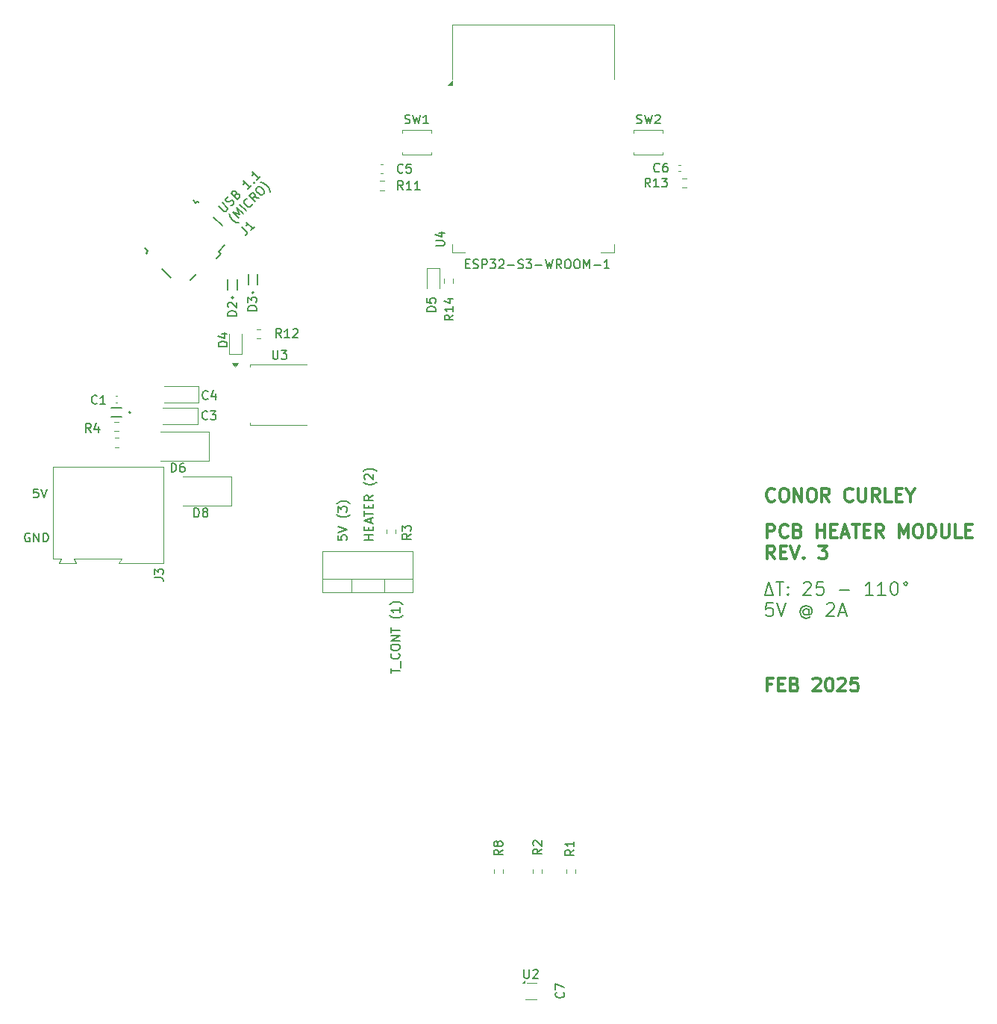
<source format=gbr>
%TF.GenerationSoftware,KiCad,Pcbnew,8.0.7*%
%TF.CreationDate,2025-03-03T14:35:13+00:00*%
%TF.ProjectId,FYP_Heater,4659505f-4865-4617-9465-722e6b696361,rev?*%
%TF.SameCoordinates,Original*%
%TF.FileFunction,Legend,Top*%
%TF.FilePolarity,Positive*%
%FSLAX46Y46*%
G04 Gerber Fmt 4.6, Leading zero omitted, Abs format (unit mm)*
G04 Created by KiCad (PCBNEW 8.0.7) date 2025-03-03 14:35:13*
%MOMM*%
%LPD*%
G01*
G04 APERTURE LIST*
%ADD10C,0.200000*%
%ADD11C,0.300000*%
%ADD12C,0.150000*%
%ADD13C,0.120000*%
%ADD14C,0.127000*%
G04 APERTURE END LIST*
D10*
X76867219Y-92154136D02*
X76867219Y-92630326D01*
X76867219Y-92630326D02*
X77343409Y-92677945D01*
X77343409Y-92677945D02*
X77295790Y-92630326D01*
X77295790Y-92630326D02*
X77248171Y-92535088D01*
X77248171Y-92535088D02*
X77248171Y-92296993D01*
X77248171Y-92296993D02*
X77295790Y-92201755D01*
X77295790Y-92201755D02*
X77343409Y-92154136D01*
X77343409Y-92154136D02*
X77438647Y-92106517D01*
X77438647Y-92106517D02*
X77676742Y-92106517D01*
X77676742Y-92106517D02*
X77771980Y-92154136D01*
X77771980Y-92154136D02*
X77819600Y-92201755D01*
X77819600Y-92201755D02*
X77867219Y-92296993D01*
X77867219Y-92296993D02*
X77867219Y-92535088D01*
X77867219Y-92535088D02*
X77819600Y-92630326D01*
X77819600Y-92630326D02*
X77771980Y-92677945D01*
X76867219Y-91820802D02*
X77867219Y-91487469D01*
X77867219Y-91487469D02*
X76867219Y-91154136D01*
X78248171Y-89773183D02*
X78200552Y-89820802D01*
X78200552Y-89820802D02*
X78057695Y-89916040D01*
X78057695Y-89916040D02*
X77962457Y-89963659D01*
X77962457Y-89963659D02*
X77819600Y-90011278D01*
X77819600Y-90011278D02*
X77581504Y-90058897D01*
X77581504Y-90058897D02*
X77391028Y-90058897D01*
X77391028Y-90058897D02*
X77152933Y-90011278D01*
X77152933Y-90011278D02*
X77010076Y-89963659D01*
X77010076Y-89963659D02*
X76914838Y-89916040D01*
X76914838Y-89916040D02*
X76771980Y-89820802D01*
X76771980Y-89820802D02*
X76724361Y-89773183D01*
X76867219Y-89487468D02*
X76867219Y-88868421D01*
X76867219Y-88868421D02*
X77248171Y-89201754D01*
X77248171Y-89201754D02*
X77248171Y-89058897D01*
X77248171Y-89058897D02*
X77295790Y-88963659D01*
X77295790Y-88963659D02*
X77343409Y-88916040D01*
X77343409Y-88916040D02*
X77438647Y-88868421D01*
X77438647Y-88868421D02*
X77676742Y-88868421D01*
X77676742Y-88868421D02*
X77771980Y-88916040D01*
X77771980Y-88916040D02*
X77819600Y-88963659D01*
X77819600Y-88963659D02*
X77867219Y-89058897D01*
X77867219Y-89058897D02*
X77867219Y-89344611D01*
X77867219Y-89344611D02*
X77819600Y-89439849D01*
X77819600Y-89439849D02*
X77771980Y-89487468D01*
X78248171Y-88535087D02*
X78200552Y-88487468D01*
X78200552Y-88487468D02*
X78057695Y-88392230D01*
X78057695Y-88392230D02*
X77962457Y-88344611D01*
X77962457Y-88344611D02*
X77819600Y-88296992D01*
X77819600Y-88296992D02*
X77581504Y-88249373D01*
X77581504Y-88249373D02*
X77391028Y-88249373D01*
X77391028Y-88249373D02*
X77152933Y-88296992D01*
X77152933Y-88296992D02*
X77010076Y-88344611D01*
X77010076Y-88344611D02*
X76914838Y-88392230D01*
X76914838Y-88392230D02*
X76771980Y-88487468D01*
X76771980Y-88487468D02*
X76724361Y-88535087D01*
X125274435Y-98891112D02*
X125774435Y-97391112D01*
X125774435Y-97391112D02*
X126274435Y-98891112D01*
X126274435Y-98891112D02*
X125274435Y-98891112D01*
X126560149Y-97391112D02*
X127417292Y-97391112D01*
X126988720Y-98891112D02*
X126988720Y-97391112D01*
X127917291Y-98748255D02*
X127988720Y-98819684D01*
X127988720Y-98819684D02*
X127917291Y-98891112D01*
X127917291Y-98891112D02*
X127845863Y-98819684D01*
X127845863Y-98819684D02*
X127917291Y-98748255D01*
X127917291Y-98748255D02*
X127917291Y-98891112D01*
X127917291Y-97962541D02*
X127988720Y-98033969D01*
X127988720Y-98033969D02*
X127917291Y-98105398D01*
X127917291Y-98105398D02*
X127845863Y-98033969D01*
X127845863Y-98033969D02*
X127917291Y-97962541D01*
X127917291Y-97962541D02*
X127917291Y-98105398D01*
X129703006Y-97533969D02*
X129774434Y-97462541D01*
X129774434Y-97462541D02*
X129917292Y-97391112D01*
X129917292Y-97391112D02*
X130274434Y-97391112D01*
X130274434Y-97391112D02*
X130417292Y-97462541D01*
X130417292Y-97462541D02*
X130488720Y-97533969D01*
X130488720Y-97533969D02*
X130560149Y-97676826D01*
X130560149Y-97676826D02*
X130560149Y-97819684D01*
X130560149Y-97819684D02*
X130488720Y-98033969D01*
X130488720Y-98033969D02*
X129631577Y-98891112D01*
X129631577Y-98891112D02*
X130560149Y-98891112D01*
X131917291Y-97391112D02*
X131203005Y-97391112D01*
X131203005Y-97391112D02*
X131131577Y-98105398D01*
X131131577Y-98105398D02*
X131203005Y-98033969D01*
X131203005Y-98033969D02*
X131345863Y-97962541D01*
X131345863Y-97962541D02*
X131703005Y-97962541D01*
X131703005Y-97962541D02*
X131845863Y-98033969D01*
X131845863Y-98033969D02*
X131917291Y-98105398D01*
X131917291Y-98105398D02*
X131988720Y-98248255D01*
X131988720Y-98248255D02*
X131988720Y-98605398D01*
X131988720Y-98605398D02*
X131917291Y-98748255D01*
X131917291Y-98748255D02*
X131845863Y-98819684D01*
X131845863Y-98819684D02*
X131703005Y-98891112D01*
X131703005Y-98891112D02*
X131345863Y-98891112D01*
X131345863Y-98891112D02*
X131203005Y-98819684D01*
X131203005Y-98819684D02*
X131131577Y-98748255D01*
X133774433Y-98319684D02*
X134917291Y-98319684D01*
X137560148Y-98891112D02*
X136703005Y-98891112D01*
X137131576Y-98891112D02*
X137131576Y-97391112D01*
X137131576Y-97391112D02*
X136988719Y-97605398D01*
X136988719Y-97605398D02*
X136845862Y-97748255D01*
X136845862Y-97748255D02*
X136703005Y-97819684D01*
X138988719Y-98891112D02*
X138131576Y-98891112D01*
X138560147Y-98891112D02*
X138560147Y-97391112D01*
X138560147Y-97391112D02*
X138417290Y-97605398D01*
X138417290Y-97605398D02*
X138274433Y-97748255D01*
X138274433Y-97748255D02*
X138131576Y-97819684D01*
X139917290Y-97391112D02*
X140060147Y-97391112D01*
X140060147Y-97391112D02*
X140203004Y-97462541D01*
X140203004Y-97462541D02*
X140274433Y-97533969D01*
X140274433Y-97533969D02*
X140345861Y-97676826D01*
X140345861Y-97676826D02*
X140417290Y-97962541D01*
X140417290Y-97962541D02*
X140417290Y-98319684D01*
X140417290Y-98319684D02*
X140345861Y-98605398D01*
X140345861Y-98605398D02*
X140274433Y-98748255D01*
X140274433Y-98748255D02*
X140203004Y-98819684D01*
X140203004Y-98819684D02*
X140060147Y-98891112D01*
X140060147Y-98891112D02*
X139917290Y-98891112D01*
X139917290Y-98891112D02*
X139774433Y-98819684D01*
X139774433Y-98819684D02*
X139703004Y-98748255D01*
X139703004Y-98748255D02*
X139631575Y-98605398D01*
X139631575Y-98605398D02*
X139560147Y-98319684D01*
X139560147Y-98319684D02*
X139560147Y-97962541D01*
X139560147Y-97962541D02*
X139631575Y-97676826D01*
X139631575Y-97676826D02*
X139703004Y-97533969D01*
X139703004Y-97533969D02*
X139774433Y-97462541D01*
X139774433Y-97462541D02*
X139917290Y-97391112D01*
X141274432Y-97391112D02*
X141131575Y-97462541D01*
X141131575Y-97462541D02*
X141060146Y-97605398D01*
X141060146Y-97605398D02*
X141131575Y-97748255D01*
X141131575Y-97748255D02*
X141274432Y-97819684D01*
X141274432Y-97819684D02*
X141417289Y-97748255D01*
X141417289Y-97748255D02*
X141488718Y-97605398D01*
X141488718Y-97605398D02*
X141417289Y-97462541D01*
X141417289Y-97462541D02*
X141274432Y-97391112D01*
X126203006Y-99806028D02*
X125488720Y-99806028D01*
X125488720Y-99806028D02*
X125417292Y-100520314D01*
X125417292Y-100520314D02*
X125488720Y-100448885D01*
X125488720Y-100448885D02*
X125631578Y-100377457D01*
X125631578Y-100377457D02*
X125988720Y-100377457D01*
X125988720Y-100377457D02*
X126131578Y-100448885D01*
X126131578Y-100448885D02*
X126203006Y-100520314D01*
X126203006Y-100520314D02*
X126274435Y-100663171D01*
X126274435Y-100663171D02*
X126274435Y-101020314D01*
X126274435Y-101020314D02*
X126203006Y-101163171D01*
X126203006Y-101163171D02*
X126131578Y-101234600D01*
X126131578Y-101234600D02*
X125988720Y-101306028D01*
X125988720Y-101306028D02*
X125631578Y-101306028D01*
X125631578Y-101306028D02*
X125488720Y-101234600D01*
X125488720Y-101234600D02*
X125417292Y-101163171D01*
X126703006Y-99806028D02*
X127203006Y-101306028D01*
X127203006Y-101306028D02*
X127703006Y-99806028D01*
X130274434Y-100591742D02*
X130203005Y-100520314D01*
X130203005Y-100520314D02*
X130060148Y-100448885D01*
X130060148Y-100448885D02*
X129917291Y-100448885D01*
X129917291Y-100448885D02*
X129774434Y-100520314D01*
X129774434Y-100520314D02*
X129703005Y-100591742D01*
X129703005Y-100591742D02*
X129631577Y-100734600D01*
X129631577Y-100734600D02*
X129631577Y-100877457D01*
X129631577Y-100877457D02*
X129703005Y-101020314D01*
X129703005Y-101020314D02*
X129774434Y-101091742D01*
X129774434Y-101091742D02*
X129917291Y-101163171D01*
X129917291Y-101163171D02*
X130060148Y-101163171D01*
X130060148Y-101163171D02*
X130203005Y-101091742D01*
X130203005Y-101091742D02*
X130274434Y-101020314D01*
X130274434Y-100448885D02*
X130274434Y-101020314D01*
X130274434Y-101020314D02*
X130345862Y-101091742D01*
X130345862Y-101091742D02*
X130417291Y-101091742D01*
X130417291Y-101091742D02*
X130560148Y-101020314D01*
X130560148Y-101020314D02*
X130631577Y-100877457D01*
X130631577Y-100877457D02*
X130631577Y-100520314D01*
X130631577Y-100520314D02*
X130488720Y-100306028D01*
X130488720Y-100306028D02*
X130274434Y-100163171D01*
X130274434Y-100163171D02*
X129988720Y-100091742D01*
X129988720Y-100091742D02*
X129703005Y-100163171D01*
X129703005Y-100163171D02*
X129488720Y-100306028D01*
X129488720Y-100306028D02*
X129345862Y-100520314D01*
X129345862Y-100520314D02*
X129274434Y-100806028D01*
X129274434Y-100806028D02*
X129345862Y-101091742D01*
X129345862Y-101091742D02*
X129488720Y-101306028D01*
X129488720Y-101306028D02*
X129703005Y-101448885D01*
X129703005Y-101448885D02*
X129988720Y-101520314D01*
X129988720Y-101520314D02*
X130274434Y-101448885D01*
X130274434Y-101448885D02*
X130488720Y-101306028D01*
X132345862Y-99948885D02*
X132417290Y-99877457D01*
X132417290Y-99877457D02*
X132560148Y-99806028D01*
X132560148Y-99806028D02*
X132917290Y-99806028D01*
X132917290Y-99806028D02*
X133060148Y-99877457D01*
X133060148Y-99877457D02*
X133131576Y-99948885D01*
X133131576Y-99948885D02*
X133203005Y-100091742D01*
X133203005Y-100091742D02*
X133203005Y-100234600D01*
X133203005Y-100234600D02*
X133131576Y-100448885D01*
X133131576Y-100448885D02*
X132274433Y-101306028D01*
X132274433Y-101306028D02*
X133203005Y-101306028D01*
X133774433Y-100877457D02*
X134488719Y-100877457D01*
X133631576Y-101306028D02*
X134131576Y-99806028D01*
X134131576Y-99806028D02*
X134631576Y-101306028D01*
D11*
X126054510Y-109015114D02*
X125554510Y-109015114D01*
X125554510Y-109800828D02*
X125554510Y-108300828D01*
X125554510Y-108300828D02*
X126268796Y-108300828D01*
X126840224Y-109015114D02*
X127340224Y-109015114D01*
X127554510Y-109800828D02*
X126840224Y-109800828D01*
X126840224Y-109800828D02*
X126840224Y-108300828D01*
X126840224Y-108300828D02*
X127554510Y-108300828D01*
X128697367Y-109015114D02*
X128911653Y-109086542D01*
X128911653Y-109086542D02*
X128983082Y-109157971D01*
X128983082Y-109157971D02*
X129054510Y-109300828D01*
X129054510Y-109300828D02*
X129054510Y-109515114D01*
X129054510Y-109515114D02*
X128983082Y-109657971D01*
X128983082Y-109657971D02*
X128911653Y-109729400D01*
X128911653Y-109729400D02*
X128768796Y-109800828D01*
X128768796Y-109800828D02*
X128197367Y-109800828D01*
X128197367Y-109800828D02*
X128197367Y-108300828D01*
X128197367Y-108300828D02*
X128697367Y-108300828D01*
X128697367Y-108300828D02*
X128840225Y-108372257D01*
X128840225Y-108372257D02*
X128911653Y-108443685D01*
X128911653Y-108443685D02*
X128983082Y-108586542D01*
X128983082Y-108586542D02*
X128983082Y-108729400D01*
X128983082Y-108729400D02*
X128911653Y-108872257D01*
X128911653Y-108872257D02*
X128840225Y-108943685D01*
X128840225Y-108943685D02*
X128697367Y-109015114D01*
X128697367Y-109015114D02*
X128197367Y-109015114D01*
X130768796Y-108443685D02*
X130840224Y-108372257D01*
X130840224Y-108372257D02*
X130983082Y-108300828D01*
X130983082Y-108300828D02*
X131340224Y-108300828D01*
X131340224Y-108300828D02*
X131483082Y-108372257D01*
X131483082Y-108372257D02*
X131554510Y-108443685D01*
X131554510Y-108443685D02*
X131625939Y-108586542D01*
X131625939Y-108586542D02*
X131625939Y-108729400D01*
X131625939Y-108729400D02*
X131554510Y-108943685D01*
X131554510Y-108943685D02*
X130697367Y-109800828D01*
X130697367Y-109800828D02*
X131625939Y-109800828D01*
X132554510Y-108300828D02*
X132697367Y-108300828D01*
X132697367Y-108300828D02*
X132840224Y-108372257D01*
X132840224Y-108372257D02*
X132911653Y-108443685D01*
X132911653Y-108443685D02*
X132983081Y-108586542D01*
X132983081Y-108586542D02*
X133054510Y-108872257D01*
X133054510Y-108872257D02*
X133054510Y-109229400D01*
X133054510Y-109229400D02*
X132983081Y-109515114D01*
X132983081Y-109515114D02*
X132911653Y-109657971D01*
X132911653Y-109657971D02*
X132840224Y-109729400D01*
X132840224Y-109729400D02*
X132697367Y-109800828D01*
X132697367Y-109800828D02*
X132554510Y-109800828D01*
X132554510Y-109800828D02*
X132411653Y-109729400D01*
X132411653Y-109729400D02*
X132340224Y-109657971D01*
X132340224Y-109657971D02*
X132268795Y-109515114D01*
X132268795Y-109515114D02*
X132197367Y-109229400D01*
X132197367Y-109229400D02*
X132197367Y-108872257D01*
X132197367Y-108872257D02*
X132268795Y-108586542D01*
X132268795Y-108586542D02*
X132340224Y-108443685D01*
X132340224Y-108443685D02*
X132411653Y-108372257D01*
X132411653Y-108372257D02*
X132554510Y-108300828D01*
X133625938Y-108443685D02*
X133697366Y-108372257D01*
X133697366Y-108372257D02*
X133840224Y-108300828D01*
X133840224Y-108300828D02*
X134197366Y-108300828D01*
X134197366Y-108300828D02*
X134340224Y-108372257D01*
X134340224Y-108372257D02*
X134411652Y-108443685D01*
X134411652Y-108443685D02*
X134483081Y-108586542D01*
X134483081Y-108586542D02*
X134483081Y-108729400D01*
X134483081Y-108729400D02*
X134411652Y-108943685D01*
X134411652Y-108943685D02*
X133554509Y-109800828D01*
X133554509Y-109800828D02*
X134483081Y-109800828D01*
X135840223Y-108300828D02*
X135125937Y-108300828D01*
X135125937Y-108300828D02*
X135054509Y-109015114D01*
X135054509Y-109015114D02*
X135125937Y-108943685D01*
X135125937Y-108943685D02*
X135268795Y-108872257D01*
X135268795Y-108872257D02*
X135625937Y-108872257D01*
X135625937Y-108872257D02*
X135768795Y-108943685D01*
X135768795Y-108943685D02*
X135840223Y-109015114D01*
X135840223Y-109015114D02*
X135911652Y-109157971D01*
X135911652Y-109157971D02*
X135911652Y-109515114D01*
X135911652Y-109515114D02*
X135840223Y-109657971D01*
X135840223Y-109657971D02*
X135768795Y-109729400D01*
X135768795Y-109729400D02*
X135625937Y-109800828D01*
X135625937Y-109800828D02*
X135268795Y-109800828D01*
X135268795Y-109800828D02*
X135125937Y-109729400D01*
X135125937Y-109729400D02*
X135054509Y-109657971D01*
D10*
X91369673Y-61343409D02*
X91703006Y-61343409D01*
X91845863Y-61867219D02*
X91369673Y-61867219D01*
X91369673Y-61867219D02*
X91369673Y-60867219D01*
X91369673Y-60867219D02*
X91845863Y-60867219D01*
X92226816Y-61819600D02*
X92369673Y-61867219D01*
X92369673Y-61867219D02*
X92607768Y-61867219D01*
X92607768Y-61867219D02*
X92703006Y-61819600D01*
X92703006Y-61819600D02*
X92750625Y-61771980D01*
X92750625Y-61771980D02*
X92798244Y-61676742D01*
X92798244Y-61676742D02*
X92798244Y-61581504D01*
X92798244Y-61581504D02*
X92750625Y-61486266D01*
X92750625Y-61486266D02*
X92703006Y-61438647D01*
X92703006Y-61438647D02*
X92607768Y-61391028D01*
X92607768Y-61391028D02*
X92417292Y-61343409D01*
X92417292Y-61343409D02*
X92322054Y-61295790D01*
X92322054Y-61295790D02*
X92274435Y-61248171D01*
X92274435Y-61248171D02*
X92226816Y-61152933D01*
X92226816Y-61152933D02*
X92226816Y-61057695D01*
X92226816Y-61057695D02*
X92274435Y-60962457D01*
X92274435Y-60962457D02*
X92322054Y-60914838D01*
X92322054Y-60914838D02*
X92417292Y-60867219D01*
X92417292Y-60867219D02*
X92655387Y-60867219D01*
X92655387Y-60867219D02*
X92798244Y-60914838D01*
X93226816Y-61867219D02*
X93226816Y-60867219D01*
X93226816Y-60867219D02*
X93607768Y-60867219D01*
X93607768Y-60867219D02*
X93703006Y-60914838D01*
X93703006Y-60914838D02*
X93750625Y-60962457D01*
X93750625Y-60962457D02*
X93798244Y-61057695D01*
X93798244Y-61057695D02*
X93798244Y-61200552D01*
X93798244Y-61200552D02*
X93750625Y-61295790D01*
X93750625Y-61295790D02*
X93703006Y-61343409D01*
X93703006Y-61343409D02*
X93607768Y-61391028D01*
X93607768Y-61391028D02*
X93226816Y-61391028D01*
X94131578Y-60867219D02*
X94750625Y-60867219D01*
X94750625Y-60867219D02*
X94417292Y-61248171D01*
X94417292Y-61248171D02*
X94560149Y-61248171D01*
X94560149Y-61248171D02*
X94655387Y-61295790D01*
X94655387Y-61295790D02*
X94703006Y-61343409D01*
X94703006Y-61343409D02*
X94750625Y-61438647D01*
X94750625Y-61438647D02*
X94750625Y-61676742D01*
X94750625Y-61676742D02*
X94703006Y-61771980D01*
X94703006Y-61771980D02*
X94655387Y-61819600D01*
X94655387Y-61819600D02*
X94560149Y-61867219D01*
X94560149Y-61867219D02*
X94274435Y-61867219D01*
X94274435Y-61867219D02*
X94179197Y-61819600D01*
X94179197Y-61819600D02*
X94131578Y-61771980D01*
X95131578Y-60962457D02*
X95179197Y-60914838D01*
X95179197Y-60914838D02*
X95274435Y-60867219D01*
X95274435Y-60867219D02*
X95512530Y-60867219D01*
X95512530Y-60867219D02*
X95607768Y-60914838D01*
X95607768Y-60914838D02*
X95655387Y-60962457D01*
X95655387Y-60962457D02*
X95703006Y-61057695D01*
X95703006Y-61057695D02*
X95703006Y-61152933D01*
X95703006Y-61152933D02*
X95655387Y-61295790D01*
X95655387Y-61295790D02*
X95083959Y-61867219D01*
X95083959Y-61867219D02*
X95703006Y-61867219D01*
X96131578Y-61486266D02*
X96893483Y-61486266D01*
X97322054Y-61819600D02*
X97464911Y-61867219D01*
X97464911Y-61867219D02*
X97703006Y-61867219D01*
X97703006Y-61867219D02*
X97798244Y-61819600D01*
X97798244Y-61819600D02*
X97845863Y-61771980D01*
X97845863Y-61771980D02*
X97893482Y-61676742D01*
X97893482Y-61676742D02*
X97893482Y-61581504D01*
X97893482Y-61581504D02*
X97845863Y-61486266D01*
X97845863Y-61486266D02*
X97798244Y-61438647D01*
X97798244Y-61438647D02*
X97703006Y-61391028D01*
X97703006Y-61391028D02*
X97512530Y-61343409D01*
X97512530Y-61343409D02*
X97417292Y-61295790D01*
X97417292Y-61295790D02*
X97369673Y-61248171D01*
X97369673Y-61248171D02*
X97322054Y-61152933D01*
X97322054Y-61152933D02*
X97322054Y-61057695D01*
X97322054Y-61057695D02*
X97369673Y-60962457D01*
X97369673Y-60962457D02*
X97417292Y-60914838D01*
X97417292Y-60914838D02*
X97512530Y-60867219D01*
X97512530Y-60867219D02*
X97750625Y-60867219D01*
X97750625Y-60867219D02*
X97893482Y-60914838D01*
X98226816Y-60867219D02*
X98845863Y-60867219D01*
X98845863Y-60867219D02*
X98512530Y-61248171D01*
X98512530Y-61248171D02*
X98655387Y-61248171D01*
X98655387Y-61248171D02*
X98750625Y-61295790D01*
X98750625Y-61295790D02*
X98798244Y-61343409D01*
X98798244Y-61343409D02*
X98845863Y-61438647D01*
X98845863Y-61438647D02*
X98845863Y-61676742D01*
X98845863Y-61676742D02*
X98798244Y-61771980D01*
X98798244Y-61771980D02*
X98750625Y-61819600D01*
X98750625Y-61819600D02*
X98655387Y-61867219D01*
X98655387Y-61867219D02*
X98369673Y-61867219D01*
X98369673Y-61867219D02*
X98274435Y-61819600D01*
X98274435Y-61819600D02*
X98226816Y-61771980D01*
X99274435Y-61486266D02*
X100036340Y-61486266D01*
X100417292Y-60867219D02*
X100655387Y-61867219D01*
X100655387Y-61867219D02*
X100845863Y-61152933D01*
X100845863Y-61152933D02*
X101036339Y-61867219D01*
X101036339Y-61867219D02*
X101274435Y-60867219D01*
X102226815Y-61867219D02*
X101893482Y-61391028D01*
X101655387Y-61867219D02*
X101655387Y-60867219D01*
X101655387Y-60867219D02*
X102036339Y-60867219D01*
X102036339Y-60867219D02*
X102131577Y-60914838D01*
X102131577Y-60914838D02*
X102179196Y-60962457D01*
X102179196Y-60962457D02*
X102226815Y-61057695D01*
X102226815Y-61057695D02*
X102226815Y-61200552D01*
X102226815Y-61200552D02*
X102179196Y-61295790D01*
X102179196Y-61295790D02*
X102131577Y-61343409D01*
X102131577Y-61343409D02*
X102036339Y-61391028D01*
X102036339Y-61391028D02*
X101655387Y-61391028D01*
X102845863Y-60867219D02*
X103036339Y-60867219D01*
X103036339Y-60867219D02*
X103131577Y-60914838D01*
X103131577Y-60914838D02*
X103226815Y-61010076D01*
X103226815Y-61010076D02*
X103274434Y-61200552D01*
X103274434Y-61200552D02*
X103274434Y-61533885D01*
X103274434Y-61533885D02*
X103226815Y-61724361D01*
X103226815Y-61724361D02*
X103131577Y-61819600D01*
X103131577Y-61819600D02*
X103036339Y-61867219D01*
X103036339Y-61867219D02*
X102845863Y-61867219D01*
X102845863Y-61867219D02*
X102750625Y-61819600D01*
X102750625Y-61819600D02*
X102655387Y-61724361D01*
X102655387Y-61724361D02*
X102607768Y-61533885D01*
X102607768Y-61533885D02*
X102607768Y-61200552D01*
X102607768Y-61200552D02*
X102655387Y-61010076D01*
X102655387Y-61010076D02*
X102750625Y-60914838D01*
X102750625Y-60914838D02*
X102845863Y-60867219D01*
X103893482Y-60867219D02*
X104083958Y-60867219D01*
X104083958Y-60867219D02*
X104179196Y-60914838D01*
X104179196Y-60914838D02*
X104274434Y-61010076D01*
X104274434Y-61010076D02*
X104322053Y-61200552D01*
X104322053Y-61200552D02*
X104322053Y-61533885D01*
X104322053Y-61533885D02*
X104274434Y-61724361D01*
X104274434Y-61724361D02*
X104179196Y-61819600D01*
X104179196Y-61819600D02*
X104083958Y-61867219D01*
X104083958Y-61867219D02*
X103893482Y-61867219D01*
X103893482Y-61867219D02*
X103798244Y-61819600D01*
X103798244Y-61819600D02*
X103703006Y-61724361D01*
X103703006Y-61724361D02*
X103655387Y-61533885D01*
X103655387Y-61533885D02*
X103655387Y-61200552D01*
X103655387Y-61200552D02*
X103703006Y-61010076D01*
X103703006Y-61010076D02*
X103798244Y-60914838D01*
X103798244Y-60914838D02*
X103893482Y-60867219D01*
X104750625Y-61867219D02*
X104750625Y-60867219D01*
X104750625Y-60867219D02*
X105083958Y-61581504D01*
X105083958Y-61581504D02*
X105417291Y-60867219D01*
X105417291Y-60867219D02*
X105417291Y-61867219D01*
X105893482Y-61486266D02*
X106655387Y-61486266D01*
X107655386Y-61867219D02*
X107083958Y-61867219D01*
X107369672Y-61867219D02*
X107369672Y-60867219D01*
X107369672Y-60867219D02*
X107274434Y-61010076D01*
X107274434Y-61010076D02*
X107179196Y-61105314D01*
X107179196Y-61105314D02*
X107083958Y-61152933D01*
X41893482Y-91914838D02*
X41798244Y-91867219D01*
X41798244Y-91867219D02*
X41655387Y-91867219D01*
X41655387Y-91867219D02*
X41512530Y-91914838D01*
X41512530Y-91914838D02*
X41417292Y-92010076D01*
X41417292Y-92010076D02*
X41369673Y-92105314D01*
X41369673Y-92105314D02*
X41322054Y-92295790D01*
X41322054Y-92295790D02*
X41322054Y-92438647D01*
X41322054Y-92438647D02*
X41369673Y-92629123D01*
X41369673Y-92629123D02*
X41417292Y-92724361D01*
X41417292Y-92724361D02*
X41512530Y-92819600D01*
X41512530Y-92819600D02*
X41655387Y-92867219D01*
X41655387Y-92867219D02*
X41750625Y-92867219D01*
X41750625Y-92867219D02*
X41893482Y-92819600D01*
X41893482Y-92819600D02*
X41941101Y-92771980D01*
X41941101Y-92771980D02*
X41941101Y-92438647D01*
X41941101Y-92438647D02*
X41750625Y-92438647D01*
X42369673Y-92867219D02*
X42369673Y-91867219D01*
X42369673Y-91867219D02*
X42941101Y-92867219D01*
X42941101Y-92867219D02*
X42941101Y-91867219D01*
X43417292Y-92867219D02*
X43417292Y-91867219D01*
X43417292Y-91867219D02*
X43655387Y-91867219D01*
X43655387Y-91867219D02*
X43798244Y-91914838D01*
X43798244Y-91914838D02*
X43893482Y-92010076D01*
X43893482Y-92010076D02*
X43941101Y-92105314D01*
X43941101Y-92105314D02*
X43988720Y-92295790D01*
X43988720Y-92295790D02*
X43988720Y-92438647D01*
X43988720Y-92438647D02*
X43941101Y-92629123D01*
X43941101Y-92629123D02*
X43893482Y-92724361D01*
X43893482Y-92724361D02*
X43798244Y-92819600D01*
X43798244Y-92819600D02*
X43655387Y-92867219D01*
X43655387Y-92867219D02*
X43417292Y-92867219D01*
D11*
X126411653Y-88157971D02*
X126340225Y-88229400D01*
X126340225Y-88229400D02*
X126125939Y-88300828D01*
X126125939Y-88300828D02*
X125983082Y-88300828D01*
X125983082Y-88300828D02*
X125768796Y-88229400D01*
X125768796Y-88229400D02*
X125625939Y-88086542D01*
X125625939Y-88086542D02*
X125554510Y-87943685D01*
X125554510Y-87943685D02*
X125483082Y-87657971D01*
X125483082Y-87657971D02*
X125483082Y-87443685D01*
X125483082Y-87443685D02*
X125554510Y-87157971D01*
X125554510Y-87157971D02*
X125625939Y-87015114D01*
X125625939Y-87015114D02*
X125768796Y-86872257D01*
X125768796Y-86872257D02*
X125983082Y-86800828D01*
X125983082Y-86800828D02*
X126125939Y-86800828D01*
X126125939Y-86800828D02*
X126340225Y-86872257D01*
X126340225Y-86872257D02*
X126411653Y-86943685D01*
X127340225Y-86800828D02*
X127625939Y-86800828D01*
X127625939Y-86800828D02*
X127768796Y-86872257D01*
X127768796Y-86872257D02*
X127911653Y-87015114D01*
X127911653Y-87015114D02*
X127983082Y-87300828D01*
X127983082Y-87300828D02*
X127983082Y-87800828D01*
X127983082Y-87800828D02*
X127911653Y-88086542D01*
X127911653Y-88086542D02*
X127768796Y-88229400D01*
X127768796Y-88229400D02*
X127625939Y-88300828D01*
X127625939Y-88300828D02*
X127340225Y-88300828D01*
X127340225Y-88300828D02*
X127197368Y-88229400D01*
X127197368Y-88229400D02*
X127054510Y-88086542D01*
X127054510Y-88086542D02*
X126983082Y-87800828D01*
X126983082Y-87800828D02*
X126983082Y-87300828D01*
X126983082Y-87300828D02*
X127054510Y-87015114D01*
X127054510Y-87015114D02*
X127197368Y-86872257D01*
X127197368Y-86872257D02*
X127340225Y-86800828D01*
X128625939Y-88300828D02*
X128625939Y-86800828D01*
X128625939Y-86800828D02*
X129483082Y-88300828D01*
X129483082Y-88300828D02*
X129483082Y-86800828D01*
X130483083Y-86800828D02*
X130768797Y-86800828D01*
X130768797Y-86800828D02*
X130911654Y-86872257D01*
X130911654Y-86872257D02*
X131054511Y-87015114D01*
X131054511Y-87015114D02*
X131125940Y-87300828D01*
X131125940Y-87300828D02*
X131125940Y-87800828D01*
X131125940Y-87800828D02*
X131054511Y-88086542D01*
X131054511Y-88086542D02*
X130911654Y-88229400D01*
X130911654Y-88229400D02*
X130768797Y-88300828D01*
X130768797Y-88300828D02*
X130483083Y-88300828D01*
X130483083Y-88300828D02*
X130340226Y-88229400D01*
X130340226Y-88229400D02*
X130197368Y-88086542D01*
X130197368Y-88086542D02*
X130125940Y-87800828D01*
X130125940Y-87800828D02*
X130125940Y-87300828D01*
X130125940Y-87300828D02*
X130197368Y-87015114D01*
X130197368Y-87015114D02*
X130340226Y-86872257D01*
X130340226Y-86872257D02*
X130483083Y-86800828D01*
X132625940Y-88300828D02*
X132125940Y-87586542D01*
X131768797Y-88300828D02*
X131768797Y-86800828D01*
X131768797Y-86800828D02*
X132340226Y-86800828D01*
X132340226Y-86800828D02*
X132483083Y-86872257D01*
X132483083Y-86872257D02*
X132554512Y-86943685D01*
X132554512Y-86943685D02*
X132625940Y-87086542D01*
X132625940Y-87086542D02*
X132625940Y-87300828D01*
X132625940Y-87300828D02*
X132554512Y-87443685D01*
X132554512Y-87443685D02*
X132483083Y-87515114D01*
X132483083Y-87515114D02*
X132340226Y-87586542D01*
X132340226Y-87586542D02*
X131768797Y-87586542D01*
X135268797Y-88157971D02*
X135197369Y-88229400D01*
X135197369Y-88229400D02*
X134983083Y-88300828D01*
X134983083Y-88300828D02*
X134840226Y-88300828D01*
X134840226Y-88300828D02*
X134625940Y-88229400D01*
X134625940Y-88229400D02*
X134483083Y-88086542D01*
X134483083Y-88086542D02*
X134411654Y-87943685D01*
X134411654Y-87943685D02*
X134340226Y-87657971D01*
X134340226Y-87657971D02*
X134340226Y-87443685D01*
X134340226Y-87443685D02*
X134411654Y-87157971D01*
X134411654Y-87157971D02*
X134483083Y-87015114D01*
X134483083Y-87015114D02*
X134625940Y-86872257D01*
X134625940Y-86872257D02*
X134840226Y-86800828D01*
X134840226Y-86800828D02*
X134983083Y-86800828D01*
X134983083Y-86800828D02*
X135197369Y-86872257D01*
X135197369Y-86872257D02*
X135268797Y-86943685D01*
X135911654Y-86800828D02*
X135911654Y-88015114D01*
X135911654Y-88015114D02*
X135983083Y-88157971D01*
X135983083Y-88157971D02*
X136054512Y-88229400D01*
X136054512Y-88229400D02*
X136197369Y-88300828D01*
X136197369Y-88300828D02*
X136483083Y-88300828D01*
X136483083Y-88300828D02*
X136625940Y-88229400D01*
X136625940Y-88229400D02*
X136697369Y-88157971D01*
X136697369Y-88157971D02*
X136768797Y-88015114D01*
X136768797Y-88015114D02*
X136768797Y-86800828D01*
X138340226Y-88300828D02*
X137840226Y-87586542D01*
X137483083Y-88300828D02*
X137483083Y-86800828D01*
X137483083Y-86800828D02*
X138054512Y-86800828D01*
X138054512Y-86800828D02*
X138197369Y-86872257D01*
X138197369Y-86872257D02*
X138268798Y-86943685D01*
X138268798Y-86943685D02*
X138340226Y-87086542D01*
X138340226Y-87086542D02*
X138340226Y-87300828D01*
X138340226Y-87300828D02*
X138268798Y-87443685D01*
X138268798Y-87443685D02*
X138197369Y-87515114D01*
X138197369Y-87515114D02*
X138054512Y-87586542D01*
X138054512Y-87586542D02*
X137483083Y-87586542D01*
X139697369Y-88300828D02*
X138983083Y-88300828D01*
X138983083Y-88300828D02*
X138983083Y-86800828D01*
X140197369Y-87515114D02*
X140697369Y-87515114D01*
X140911655Y-88300828D02*
X140197369Y-88300828D01*
X140197369Y-88300828D02*
X140197369Y-86800828D01*
X140197369Y-86800828D02*
X140911655Y-86800828D01*
X141840227Y-87586542D02*
X141840227Y-88300828D01*
X141340227Y-86800828D02*
X141840227Y-87586542D01*
X141840227Y-87586542D02*
X142340227Y-86800828D01*
D10*
X42845863Y-86867219D02*
X42369673Y-86867219D01*
X42369673Y-86867219D02*
X42322054Y-87343409D01*
X42322054Y-87343409D02*
X42369673Y-87295790D01*
X42369673Y-87295790D02*
X42464911Y-87248171D01*
X42464911Y-87248171D02*
X42703006Y-87248171D01*
X42703006Y-87248171D02*
X42798244Y-87295790D01*
X42798244Y-87295790D02*
X42845863Y-87343409D01*
X42845863Y-87343409D02*
X42893482Y-87438647D01*
X42893482Y-87438647D02*
X42893482Y-87676742D01*
X42893482Y-87676742D02*
X42845863Y-87771980D01*
X42845863Y-87771980D02*
X42798244Y-87819600D01*
X42798244Y-87819600D02*
X42703006Y-87867219D01*
X42703006Y-87867219D02*
X42464911Y-87867219D01*
X42464911Y-87867219D02*
X42369673Y-87819600D01*
X42369673Y-87819600D02*
X42322054Y-87771980D01*
X43179197Y-86867219D02*
X43512530Y-87867219D01*
X43512530Y-87867219D02*
X43845863Y-86867219D01*
D11*
X125554510Y-92385912D02*
X125554510Y-90885912D01*
X125554510Y-90885912D02*
X126125939Y-90885912D01*
X126125939Y-90885912D02*
X126268796Y-90957341D01*
X126268796Y-90957341D02*
X126340225Y-91028769D01*
X126340225Y-91028769D02*
X126411653Y-91171626D01*
X126411653Y-91171626D02*
X126411653Y-91385912D01*
X126411653Y-91385912D02*
X126340225Y-91528769D01*
X126340225Y-91528769D02*
X126268796Y-91600198D01*
X126268796Y-91600198D02*
X126125939Y-91671626D01*
X126125939Y-91671626D02*
X125554510Y-91671626D01*
X127911653Y-92243055D02*
X127840225Y-92314484D01*
X127840225Y-92314484D02*
X127625939Y-92385912D01*
X127625939Y-92385912D02*
X127483082Y-92385912D01*
X127483082Y-92385912D02*
X127268796Y-92314484D01*
X127268796Y-92314484D02*
X127125939Y-92171626D01*
X127125939Y-92171626D02*
X127054510Y-92028769D01*
X127054510Y-92028769D02*
X126983082Y-91743055D01*
X126983082Y-91743055D02*
X126983082Y-91528769D01*
X126983082Y-91528769D02*
X127054510Y-91243055D01*
X127054510Y-91243055D02*
X127125939Y-91100198D01*
X127125939Y-91100198D02*
X127268796Y-90957341D01*
X127268796Y-90957341D02*
X127483082Y-90885912D01*
X127483082Y-90885912D02*
X127625939Y-90885912D01*
X127625939Y-90885912D02*
X127840225Y-90957341D01*
X127840225Y-90957341D02*
X127911653Y-91028769D01*
X129054510Y-91600198D02*
X129268796Y-91671626D01*
X129268796Y-91671626D02*
X129340225Y-91743055D01*
X129340225Y-91743055D02*
X129411653Y-91885912D01*
X129411653Y-91885912D02*
X129411653Y-92100198D01*
X129411653Y-92100198D02*
X129340225Y-92243055D01*
X129340225Y-92243055D02*
X129268796Y-92314484D01*
X129268796Y-92314484D02*
X129125939Y-92385912D01*
X129125939Y-92385912D02*
X128554510Y-92385912D01*
X128554510Y-92385912D02*
X128554510Y-90885912D01*
X128554510Y-90885912D02*
X129054510Y-90885912D01*
X129054510Y-90885912D02*
X129197368Y-90957341D01*
X129197368Y-90957341D02*
X129268796Y-91028769D01*
X129268796Y-91028769D02*
X129340225Y-91171626D01*
X129340225Y-91171626D02*
X129340225Y-91314484D01*
X129340225Y-91314484D02*
X129268796Y-91457341D01*
X129268796Y-91457341D02*
X129197368Y-91528769D01*
X129197368Y-91528769D02*
X129054510Y-91600198D01*
X129054510Y-91600198D02*
X128554510Y-91600198D01*
X131197367Y-92385912D02*
X131197367Y-90885912D01*
X131197367Y-91600198D02*
X132054510Y-91600198D01*
X132054510Y-92385912D02*
X132054510Y-90885912D01*
X132768796Y-91600198D02*
X133268796Y-91600198D01*
X133483082Y-92385912D02*
X132768796Y-92385912D01*
X132768796Y-92385912D02*
X132768796Y-90885912D01*
X132768796Y-90885912D02*
X133483082Y-90885912D01*
X134054511Y-91957341D02*
X134768797Y-91957341D01*
X133911654Y-92385912D02*
X134411654Y-90885912D01*
X134411654Y-90885912D02*
X134911654Y-92385912D01*
X135197368Y-90885912D02*
X136054511Y-90885912D01*
X135625939Y-92385912D02*
X135625939Y-90885912D01*
X136554510Y-91600198D02*
X137054510Y-91600198D01*
X137268796Y-92385912D02*
X136554510Y-92385912D01*
X136554510Y-92385912D02*
X136554510Y-90885912D01*
X136554510Y-90885912D02*
X137268796Y-90885912D01*
X138768796Y-92385912D02*
X138268796Y-91671626D01*
X137911653Y-92385912D02*
X137911653Y-90885912D01*
X137911653Y-90885912D02*
X138483082Y-90885912D01*
X138483082Y-90885912D02*
X138625939Y-90957341D01*
X138625939Y-90957341D02*
X138697368Y-91028769D01*
X138697368Y-91028769D02*
X138768796Y-91171626D01*
X138768796Y-91171626D02*
X138768796Y-91385912D01*
X138768796Y-91385912D02*
X138697368Y-91528769D01*
X138697368Y-91528769D02*
X138625939Y-91600198D01*
X138625939Y-91600198D02*
X138483082Y-91671626D01*
X138483082Y-91671626D02*
X137911653Y-91671626D01*
X140554510Y-92385912D02*
X140554510Y-90885912D01*
X140554510Y-90885912D02*
X141054510Y-91957341D01*
X141054510Y-91957341D02*
X141554510Y-90885912D01*
X141554510Y-90885912D02*
X141554510Y-92385912D01*
X142554511Y-90885912D02*
X142840225Y-90885912D01*
X142840225Y-90885912D02*
X142983082Y-90957341D01*
X142983082Y-90957341D02*
X143125939Y-91100198D01*
X143125939Y-91100198D02*
X143197368Y-91385912D01*
X143197368Y-91385912D02*
X143197368Y-91885912D01*
X143197368Y-91885912D02*
X143125939Y-92171626D01*
X143125939Y-92171626D02*
X142983082Y-92314484D01*
X142983082Y-92314484D02*
X142840225Y-92385912D01*
X142840225Y-92385912D02*
X142554511Y-92385912D01*
X142554511Y-92385912D02*
X142411654Y-92314484D01*
X142411654Y-92314484D02*
X142268796Y-92171626D01*
X142268796Y-92171626D02*
X142197368Y-91885912D01*
X142197368Y-91885912D02*
X142197368Y-91385912D01*
X142197368Y-91385912D02*
X142268796Y-91100198D01*
X142268796Y-91100198D02*
X142411654Y-90957341D01*
X142411654Y-90957341D02*
X142554511Y-90885912D01*
X143840225Y-92385912D02*
X143840225Y-90885912D01*
X143840225Y-90885912D02*
X144197368Y-90885912D01*
X144197368Y-90885912D02*
X144411654Y-90957341D01*
X144411654Y-90957341D02*
X144554511Y-91100198D01*
X144554511Y-91100198D02*
X144625940Y-91243055D01*
X144625940Y-91243055D02*
X144697368Y-91528769D01*
X144697368Y-91528769D02*
X144697368Y-91743055D01*
X144697368Y-91743055D02*
X144625940Y-92028769D01*
X144625940Y-92028769D02*
X144554511Y-92171626D01*
X144554511Y-92171626D02*
X144411654Y-92314484D01*
X144411654Y-92314484D02*
X144197368Y-92385912D01*
X144197368Y-92385912D02*
X143840225Y-92385912D01*
X145340225Y-90885912D02*
X145340225Y-92100198D01*
X145340225Y-92100198D02*
X145411654Y-92243055D01*
X145411654Y-92243055D02*
X145483083Y-92314484D01*
X145483083Y-92314484D02*
X145625940Y-92385912D01*
X145625940Y-92385912D02*
X145911654Y-92385912D01*
X145911654Y-92385912D02*
X146054511Y-92314484D01*
X146054511Y-92314484D02*
X146125940Y-92243055D01*
X146125940Y-92243055D02*
X146197368Y-92100198D01*
X146197368Y-92100198D02*
X146197368Y-90885912D01*
X147625940Y-92385912D02*
X146911654Y-92385912D01*
X146911654Y-92385912D02*
X146911654Y-90885912D01*
X148125940Y-91600198D02*
X148625940Y-91600198D01*
X148840226Y-92385912D02*
X148125940Y-92385912D01*
X148125940Y-92385912D02*
X148125940Y-90885912D01*
X148125940Y-90885912D02*
X148840226Y-90885912D01*
X126411653Y-94800828D02*
X125911653Y-94086542D01*
X125554510Y-94800828D02*
X125554510Y-93300828D01*
X125554510Y-93300828D02*
X126125939Y-93300828D01*
X126125939Y-93300828D02*
X126268796Y-93372257D01*
X126268796Y-93372257D02*
X126340225Y-93443685D01*
X126340225Y-93443685D02*
X126411653Y-93586542D01*
X126411653Y-93586542D02*
X126411653Y-93800828D01*
X126411653Y-93800828D02*
X126340225Y-93943685D01*
X126340225Y-93943685D02*
X126268796Y-94015114D01*
X126268796Y-94015114D02*
X126125939Y-94086542D01*
X126125939Y-94086542D02*
X125554510Y-94086542D01*
X127054510Y-94015114D02*
X127554510Y-94015114D01*
X127768796Y-94800828D02*
X127054510Y-94800828D01*
X127054510Y-94800828D02*
X127054510Y-93300828D01*
X127054510Y-93300828D02*
X127768796Y-93300828D01*
X128197368Y-93300828D02*
X128697368Y-94800828D01*
X128697368Y-94800828D02*
X129197368Y-93300828D01*
X129697367Y-94657971D02*
X129768796Y-94729400D01*
X129768796Y-94729400D02*
X129697367Y-94800828D01*
X129697367Y-94800828D02*
X129625939Y-94729400D01*
X129625939Y-94729400D02*
X129697367Y-94657971D01*
X129697367Y-94657971D02*
X129697367Y-94800828D01*
X131411653Y-93300828D02*
X132340225Y-93300828D01*
X132340225Y-93300828D02*
X131840225Y-93872257D01*
X131840225Y-93872257D02*
X132054510Y-93872257D01*
X132054510Y-93872257D02*
X132197368Y-93943685D01*
X132197368Y-93943685D02*
X132268796Y-94015114D01*
X132268796Y-94015114D02*
X132340225Y-94157971D01*
X132340225Y-94157971D02*
X132340225Y-94515114D01*
X132340225Y-94515114D02*
X132268796Y-94657971D01*
X132268796Y-94657971D02*
X132197368Y-94729400D01*
X132197368Y-94729400D02*
X132054510Y-94800828D01*
X132054510Y-94800828D02*
X131625939Y-94800828D01*
X131625939Y-94800828D02*
X131483082Y-94729400D01*
X131483082Y-94729400D02*
X131411653Y-94657971D01*
D10*
X80867219Y-92630326D02*
X79867219Y-92630326D01*
X80343409Y-92630326D02*
X80343409Y-92058898D01*
X80867219Y-92058898D02*
X79867219Y-92058898D01*
X80343409Y-91582707D02*
X80343409Y-91249374D01*
X80867219Y-91106517D02*
X80867219Y-91582707D01*
X80867219Y-91582707D02*
X79867219Y-91582707D01*
X79867219Y-91582707D02*
X79867219Y-91106517D01*
X80581504Y-90725564D02*
X80581504Y-90249374D01*
X80867219Y-90820802D02*
X79867219Y-90487469D01*
X79867219Y-90487469D02*
X80867219Y-90154136D01*
X79867219Y-89963659D02*
X79867219Y-89392231D01*
X80867219Y-89677945D02*
X79867219Y-89677945D01*
X80343409Y-89058897D02*
X80343409Y-88725564D01*
X80867219Y-88582707D02*
X80867219Y-89058897D01*
X80867219Y-89058897D02*
X79867219Y-89058897D01*
X79867219Y-89058897D02*
X79867219Y-88582707D01*
X80867219Y-87582707D02*
X80391028Y-87916040D01*
X80867219Y-88154135D02*
X79867219Y-88154135D01*
X79867219Y-88154135D02*
X79867219Y-87773183D01*
X79867219Y-87773183D02*
X79914838Y-87677945D01*
X79914838Y-87677945D02*
X79962457Y-87630326D01*
X79962457Y-87630326D02*
X80057695Y-87582707D01*
X80057695Y-87582707D02*
X80200552Y-87582707D01*
X80200552Y-87582707D02*
X80295790Y-87630326D01*
X80295790Y-87630326D02*
X80343409Y-87677945D01*
X80343409Y-87677945D02*
X80391028Y-87773183D01*
X80391028Y-87773183D02*
X80391028Y-88154135D01*
X81248171Y-86106516D02*
X81200552Y-86154135D01*
X81200552Y-86154135D02*
X81057695Y-86249373D01*
X81057695Y-86249373D02*
X80962457Y-86296992D01*
X80962457Y-86296992D02*
X80819600Y-86344611D01*
X80819600Y-86344611D02*
X80581504Y-86392230D01*
X80581504Y-86392230D02*
X80391028Y-86392230D01*
X80391028Y-86392230D02*
X80152933Y-86344611D01*
X80152933Y-86344611D02*
X80010076Y-86296992D01*
X80010076Y-86296992D02*
X79914838Y-86249373D01*
X79914838Y-86249373D02*
X79771980Y-86154135D01*
X79771980Y-86154135D02*
X79724361Y-86106516D01*
X79962457Y-85773182D02*
X79914838Y-85725563D01*
X79914838Y-85725563D02*
X79867219Y-85630325D01*
X79867219Y-85630325D02*
X79867219Y-85392230D01*
X79867219Y-85392230D02*
X79914838Y-85296992D01*
X79914838Y-85296992D02*
X79962457Y-85249373D01*
X79962457Y-85249373D02*
X80057695Y-85201754D01*
X80057695Y-85201754D02*
X80152933Y-85201754D01*
X80152933Y-85201754D02*
X80295790Y-85249373D01*
X80295790Y-85249373D02*
X80867219Y-85820801D01*
X80867219Y-85820801D02*
X80867219Y-85201754D01*
X81248171Y-84868420D02*
X81200552Y-84820801D01*
X81200552Y-84820801D02*
X81057695Y-84725563D01*
X81057695Y-84725563D02*
X80962457Y-84677944D01*
X80962457Y-84677944D02*
X80819600Y-84630325D01*
X80819600Y-84630325D02*
X80581504Y-84582706D01*
X80581504Y-84582706D02*
X80391028Y-84582706D01*
X80391028Y-84582706D02*
X80152933Y-84630325D01*
X80152933Y-84630325D02*
X80010076Y-84677944D01*
X80010076Y-84677944D02*
X79914838Y-84725563D01*
X79914838Y-84725563D02*
X79771980Y-84820801D01*
X79771980Y-84820801D02*
X79724361Y-84868420D01*
X63321999Y-54799202D02*
X63894419Y-55371622D01*
X63894419Y-55371622D02*
X63995434Y-55405293D01*
X63995434Y-55405293D02*
X64062777Y-55405293D01*
X64062777Y-55405293D02*
X64163793Y-55371622D01*
X64163793Y-55371622D02*
X64298480Y-55236935D01*
X64298480Y-55236935D02*
X64332151Y-55135919D01*
X64332151Y-55135919D02*
X64332151Y-55068576D01*
X64332151Y-55068576D02*
X64298480Y-54967561D01*
X64298480Y-54967561D02*
X63726060Y-54395141D01*
X64702541Y-54765530D02*
X64837228Y-54698187D01*
X64837228Y-54698187D02*
X65005586Y-54529828D01*
X65005586Y-54529828D02*
X65039258Y-54428813D01*
X65039258Y-54428813D02*
X65039258Y-54361469D01*
X65039258Y-54361469D02*
X65005586Y-54260454D01*
X65005586Y-54260454D02*
X64938243Y-54193110D01*
X64938243Y-54193110D02*
X64837228Y-54159439D01*
X64837228Y-54159439D02*
X64769884Y-54159439D01*
X64769884Y-54159439D02*
X64668869Y-54193110D01*
X64668869Y-54193110D02*
X64500510Y-54294126D01*
X64500510Y-54294126D02*
X64399495Y-54327797D01*
X64399495Y-54327797D02*
X64332151Y-54327797D01*
X64332151Y-54327797D02*
X64231136Y-54294126D01*
X64231136Y-54294126D02*
X64163793Y-54226782D01*
X64163793Y-54226782D02*
X64130121Y-54125767D01*
X64130121Y-54125767D02*
X64130121Y-54058423D01*
X64130121Y-54058423D02*
X64163793Y-53957408D01*
X64163793Y-53957408D02*
X64332151Y-53789049D01*
X64332151Y-53789049D02*
X64466838Y-53721706D01*
X65308632Y-53486004D02*
X65443319Y-53418660D01*
X65443319Y-53418660D02*
X65510663Y-53418660D01*
X65510663Y-53418660D02*
X65611678Y-53452332D01*
X65611678Y-53452332D02*
X65712693Y-53553347D01*
X65712693Y-53553347D02*
X65746365Y-53654362D01*
X65746365Y-53654362D02*
X65746365Y-53721706D01*
X65746365Y-53721706D02*
X65712693Y-53822721D01*
X65712693Y-53822721D02*
X65443319Y-54092095D01*
X65443319Y-54092095D02*
X64736212Y-53384988D01*
X64736212Y-53384988D02*
X64971915Y-53149286D01*
X64971915Y-53149286D02*
X65072930Y-53115614D01*
X65072930Y-53115614D02*
X65140273Y-53115614D01*
X65140273Y-53115614D02*
X65241289Y-53149286D01*
X65241289Y-53149286D02*
X65308632Y-53216630D01*
X65308632Y-53216630D02*
X65342304Y-53317645D01*
X65342304Y-53317645D02*
X65342304Y-53384988D01*
X65342304Y-53384988D02*
X65308632Y-53486004D01*
X65308632Y-53486004D02*
X65072930Y-53721706D01*
X67059563Y-52475851D02*
X66655502Y-52879912D01*
X66857533Y-52677881D02*
X66150426Y-51970775D01*
X66150426Y-51970775D02*
X66184098Y-52139133D01*
X66184098Y-52139133D02*
X66184098Y-52273820D01*
X66184098Y-52273820D02*
X66150426Y-52374836D01*
X67295266Y-52105462D02*
X67362609Y-52105462D01*
X67362609Y-52105462D02*
X67362609Y-52172805D01*
X67362609Y-52172805D02*
X67295266Y-52172805D01*
X67295266Y-52172805D02*
X67295266Y-52105462D01*
X67295266Y-52105462D02*
X67362609Y-52172805D01*
X68069716Y-51465699D02*
X67665655Y-51869760D01*
X67867685Y-51667729D02*
X67160578Y-50960622D01*
X67160578Y-50960622D02*
X67194250Y-51128981D01*
X67194250Y-51128981D02*
X67194250Y-51263668D01*
X67194250Y-51263668D02*
X67160578Y-51364683D01*
X65638912Y-56712054D02*
X65571569Y-56712054D01*
X65571569Y-56712054D02*
X65403210Y-56678382D01*
X65403210Y-56678382D02*
X65302195Y-56644711D01*
X65302195Y-56644711D02*
X65167508Y-56577367D01*
X65167508Y-56577367D02*
X64965477Y-56442680D01*
X64965477Y-56442680D02*
X64830790Y-56307993D01*
X64830790Y-56307993D02*
X64696103Y-56105963D01*
X64696103Y-56105963D02*
X64628760Y-55971276D01*
X64628760Y-55971276D02*
X64595088Y-55870260D01*
X64595088Y-55870260D02*
X64561416Y-55701902D01*
X64561416Y-55701902D02*
X64561416Y-55634558D01*
X65638912Y-56173306D02*
X64931806Y-55466199D01*
X64931806Y-55466199D02*
X65672584Y-55735573D01*
X65672584Y-55735573D02*
X65403210Y-54994795D01*
X65403210Y-54994795D02*
X66110317Y-55701901D01*
X66447034Y-55365184D02*
X65739928Y-54658077D01*
X67120469Y-54557062D02*
X67120469Y-54624406D01*
X67120469Y-54624406D02*
X67053126Y-54759093D01*
X67053126Y-54759093D02*
X66985782Y-54826436D01*
X66985782Y-54826436D02*
X66851095Y-54893780D01*
X66851095Y-54893780D02*
X66716408Y-54893780D01*
X66716408Y-54893780D02*
X66615393Y-54860108D01*
X66615393Y-54860108D02*
X66447034Y-54759093D01*
X66447034Y-54759093D02*
X66346019Y-54658078D01*
X66346019Y-54658078D02*
X66245003Y-54489719D01*
X66245003Y-54489719D02*
X66211332Y-54388704D01*
X66211332Y-54388704D02*
X66211332Y-54254017D01*
X66211332Y-54254017D02*
X66278675Y-54119330D01*
X66278675Y-54119330D02*
X66346019Y-54051986D01*
X66346019Y-54051986D02*
X66480706Y-53984643D01*
X66480706Y-53984643D02*
X66548049Y-53984643D01*
X67894919Y-53917299D02*
X67322500Y-53816284D01*
X67490858Y-54321360D02*
X66783752Y-53614253D01*
X66783752Y-53614253D02*
X67053126Y-53344879D01*
X67053126Y-53344879D02*
X67154141Y-53311208D01*
X67154141Y-53311208D02*
X67221484Y-53311208D01*
X67221484Y-53311208D02*
X67322500Y-53344879D01*
X67322500Y-53344879D02*
X67423515Y-53445895D01*
X67423515Y-53445895D02*
X67457187Y-53546910D01*
X67457187Y-53546910D02*
X67457187Y-53614253D01*
X67457187Y-53614253D02*
X67423515Y-53715269D01*
X67423515Y-53715269D02*
X67154141Y-53984643D01*
X67625545Y-52772460D02*
X67760232Y-52637773D01*
X67760232Y-52637773D02*
X67861248Y-52604101D01*
X67861248Y-52604101D02*
X67995935Y-52604101D01*
X67995935Y-52604101D02*
X68164293Y-52705116D01*
X68164293Y-52705116D02*
X68399996Y-52940818D01*
X68399996Y-52940818D02*
X68501011Y-53109177D01*
X68501011Y-53109177D02*
X68501011Y-53243864D01*
X68501011Y-53243864D02*
X68467339Y-53344879D01*
X68467339Y-53344879D02*
X68332652Y-53479566D01*
X68332652Y-53479566D02*
X68231637Y-53513238D01*
X68231637Y-53513238D02*
X68096950Y-53513238D01*
X68096950Y-53513238D02*
X67928591Y-53412223D01*
X67928591Y-53412223D02*
X67692889Y-53176521D01*
X67692889Y-53176521D02*
X67591874Y-53008162D01*
X67591874Y-53008162D02*
X67591874Y-52873475D01*
X67591874Y-52873475D02*
X67625545Y-52772460D01*
X69140774Y-53210192D02*
X69140774Y-53142849D01*
X69140774Y-53142849D02*
X69107102Y-52974490D01*
X69107102Y-52974490D02*
X69073431Y-52873475D01*
X69073431Y-52873475D02*
X69006087Y-52738788D01*
X69006087Y-52738788D02*
X68871400Y-52536757D01*
X68871400Y-52536757D02*
X68736713Y-52402070D01*
X68736713Y-52402070D02*
X68534683Y-52267383D01*
X68534683Y-52267383D02*
X68399996Y-52200040D01*
X68399996Y-52200040D02*
X68298980Y-52166368D01*
X68298980Y-52166368D02*
X68130622Y-52132696D01*
X68130622Y-52132696D02*
X68063278Y-52132696D01*
X82867219Y-107773183D02*
X82867219Y-107201755D01*
X83867219Y-107487469D02*
X82867219Y-107487469D01*
X83962457Y-107106517D02*
X83962457Y-106344612D01*
X83771980Y-105535088D02*
X83819600Y-105582707D01*
X83819600Y-105582707D02*
X83867219Y-105725564D01*
X83867219Y-105725564D02*
X83867219Y-105820802D01*
X83867219Y-105820802D02*
X83819600Y-105963659D01*
X83819600Y-105963659D02*
X83724361Y-106058897D01*
X83724361Y-106058897D02*
X83629123Y-106106516D01*
X83629123Y-106106516D02*
X83438647Y-106154135D01*
X83438647Y-106154135D02*
X83295790Y-106154135D01*
X83295790Y-106154135D02*
X83105314Y-106106516D01*
X83105314Y-106106516D02*
X83010076Y-106058897D01*
X83010076Y-106058897D02*
X82914838Y-105963659D01*
X82914838Y-105963659D02*
X82867219Y-105820802D01*
X82867219Y-105820802D02*
X82867219Y-105725564D01*
X82867219Y-105725564D02*
X82914838Y-105582707D01*
X82914838Y-105582707D02*
X82962457Y-105535088D01*
X82867219Y-104916040D02*
X82867219Y-104725564D01*
X82867219Y-104725564D02*
X82914838Y-104630326D01*
X82914838Y-104630326D02*
X83010076Y-104535088D01*
X83010076Y-104535088D02*
X83200552Y-104487469D01*
X83200552Y-104487469D02*
X83533885Y-104487469D01*
X83533885Y-104487469D02*
X83724361Y-104535088D01*
X83724361Y-104535088D02*
X83819600Y-104630326D01*
X83819600Y-104630326D02*
X83867219Y-104725564D01*
X83867219Y-104725564D02*
X83867219Y-104916040D01*
X83867219Y-104916040D02*
X83819600Y-105011278D01*
X83819600Y-105011278D02*
X83724361Y-105106516D01*
X83724361Y-105106516D02*
X83533885Y-105154135D01*
X83533885Y-105154135D02*
X83200552Y-105154135D01*
X83200552Y-105154135D02*
X83010076Y-105106516D01*
X83010076Y-105106516D02*
X82914838Y-105011278D01*
X82914838Y-105011278D02*
X82867219Y-104916040D01*
X83867219Y-104058897D02*
X82867219Y-104058897D01*
X82867219Y-104058897D02*
X83867219Y-103487469D01*
X83867219Y-103487469D02*
X82867219Y-103487469D01*
X82867219Y-103154135D02*
X82867219Y-102582707D01*
X83867219Y-102868421D02*
X82867219Y-102868421D01*
X84248171Y-101201754D02*
X84200552Y-101249373D01*
X84200552Y-101249373D02*
X84057695Y-101344611D01*
X84057695Y-101344611D02*
X83962457Y-101392230D01*
X83962457Y-101392230D02*
X83819600Y-101439849D01*
X83819600Y-101439849D02*
X83581504Y-101487468D01*
X83581504Y-101487468D02*
X83391028Y-101487468D01*
X83391028Y-101487468D02*
X83152933Y-101439849D01*
X83152933Y-101439849D02*
X83010076Y-101392230D01*
X83010076Y-101392230D02*
X82914838Y-101344611D01*
X82914838Y-101344611D02*
X82771980Y-101249373D01*
X82771980Y-101249373D02*
X82724361Y-101201754D01*
X83867219Y-100296992D02*
X83867219Y-100868420D01*
X83867219Y-100582706D02*
X82867219Y-100582706D01*
X82867219Y-100582706D02*
X83010076Y-100677944D01*
X83010076Y-100677944D02*
X83105314Y-100773182D01*
X83105314Y-100773182D02*
X83152933Y-100868420D01*
X84248171Y-99963658D02*
X84200552Y-99916039D01*
X84200552Y-99916039D02*
X84057695Y-99820801D01*
X84057695Y-99820801D02*
X83962457Y-99773182D01*
X83962457Y-99773182D02*
X83819600Y-99725563D01*
X83819600Y-99725563D02*
X83581504Y-99677944D01*
X83581504Y-99677944D02*
X83391028Y-99677944D01*
X83391028Y-99677944D02*
X83152933Y-99725563D01*
X83152933Y-99725563D02*
X83010076Y-99773182D01*
X83010076Y-99773182D02*
X82914838Y-99820801D01*
X82914838Y-99820801D02*
X82771980Y-99916039D01*
X82771980Y-99916039D02*
X82724361Y-99963658D01*
D12*
X60561905Y-90054819D02*
X60561905Y-89054819D01*
X60561905Y-89054819D02*
X60800000Y-89054819D01*
X60800000Y-89054819D02*
X60942857Y-89102438D01*
X60942857Y-89102438D02*
X61038095Y-89197676D01*
X61038095Y-89197676D02*
X61085714Y-89292914D01*
X61085714Y-89292914D02*
X61133333Y-89483390D01*
X61133333Y-89483390D02*
X61133333Y-89626247D01*
X61133333Y-89626247D02*
X61085714Y-89816723D01*
X61085714Y-89816723D02*
X61038095Y-89911961D01*
X61038095Y-89911961D02*
X60942857Y-90007200D01*
X60942857Y-90007200D02*
X60800000Y-90054819D01*
X60800000Y-90054819D02*
X60561905Y-90054819D01*
X61704762Y-89483390D02*
X61609524Y-89435771D01*
X61609524Y-89435771D02*
X61561905Y-89388152D01*
X61561905Y-89388152D02*
X61514286Y-89292914D01*
X61514286Y-89292914D02*
X61514286Y-89245295D01*
X61514286Y-89245295D02*
X61561905Y-89150057D01*
X61561905Y-89150057D02*
X61609524Y-89102438D01*
X61609524Y-89102438D02*
X61704762Y-89054819D01*
X61704762Y-89054819D02*
X61895238Y-89054819D01*
X61895238Y-89054819D02*
X61990476Y-89102438D01*
X61990476Y-89102438D02*
X62038095Y-89150057D01*
X62038095Y-89150057D02*
X62085714Y-89245295D01*
X62085714Y-89245295D02*
X62085714Y-89292914D01*
X62085714Y-89292914D02*
X62038095Y-89388152D01*
X62038095Y-89388152D02*
X61990476Y-89435771D01*
X61990476Y-89435771D02*
X61895238Y-89483390D01*
X61895238Y-89483390D02*
X61704762Y-89483390D01*
X61704762Y-89483390D02*
X61609524Y-89531009D01*
X61609524Y-89531009D02*
X61561905Y-89578628D01*
X61561905Y-89578628D02*
X61514286Y-89673866D01*
X61514286Y-89673866D02*
X61514286Y-89864342D01*
X61514286Y-89864342D02*
X61561905Y-89959580D01*
X61561905Y-89959580D02*
X61609524Y-90007200D01*
X61609524Y-90007200D02*
X61704762Y-90054819D01*
X61704762Y-90054819D02*
X61895238Y-90054819D01*
X61895238Y-90054819D02*
X61990476Y-90007200D01*
X61990476Y-90007200D02*
X62038095Y-89959580D01*
X62038095Y-89959580D02*
X62085714Y-89864342D01*
X62085714Y-89864342D02*
X62085714Y-89673866D01*
X62085714Y-89673866D02*
X62038095Y-89578628D01*
X62038095Y-89578628D02*
X61990476Y-89531009D01*
X61990476Y-89531009D02*
X61895238Y-89483390D01*
X57961905Y-84954819D02*
X57961905Y-83954819D01*
X57961905Y-83954819D02*
X58200000Y-83954819D01*
X58200000Y-83954819D02*
X58342857Y-84002438D01*
X58342857Y-84002438D02*
X58438095Y-84097676D01*
X58438095Y-84097676D02*
X58485714Y-84192914D01*
X58485714Y-84192914D02*
X58533333Y-84383390D01*
X58533333Y-84383390D02*
X58533333Y-84526247D01*
X58533333Y-84526247D02*
X58485714Y-84716723D01*
X58485714Y-84716723D02*
X58438095Y-84811961D01*
X58438095Y-84811961D02*
X58342857Y-84907200D01*
X58342857Y-84907200D02*
X58200000Y-84954819D01*
X58200000Y-84954819D02*
X57961905Y-84954819D01*
X59390476Y-83954819D02*
X59200000Y-83954819D01*
X59200000Y-83954819D02*
X59104762Y-84002438D01*
X59104762Y-84002438D02*
X59057143Y-84050057D01*
X59057143Y-84050057D02*
X58961905Y-84192914D01*
X58961905Y-84192914D02*
X58914286Y-84383390D01*
X58914286Y-84383390D02*
X58914286Y-84764342D01*
X58914286Y-84764342D02*
X58961905Y-84859580D01*
X58961905Y-84859580D02*
X59009524Y-84907200D01*
X59009524Y-84907200D02*
X59104762Y-84954819D01*
X59104762Y-84954819D02*
X59295238Y-84954819D01*
X59295238Y-84954819D02*
X59390476Y-84907200D01*
X59390476Y-84907200D02*
X59438095Y-84859580D01*
X59438095Y-84859580D02*
X59485714Y-84764342D01*
X59485714Y-84764342D02*
X59485714Y-84526247D01*
X59485714Y-84526247D02*
X59438095Y-84431009D01*
X59438095Y-84431009D02*
X59390476Y-84383390D01*
X59390476Y-84383390D02*
X59295238Y-84335771D01*
X59295238Y-84335771D02*
X59104762Y-84335771D01*
X59104762Y-84335771D02*
X59009524Y-84383390D01*
X59009524Y-84383390D02*
X58961905Y-84431009D01*
X58961905Y-84431009D02*
X58914286Y-84526247D01*
X87954819Y-59311904D02*
X88764342Y-59311904D01*
X88764342Y-59311904D02*
X88859580Y-59264285D01*
X88859580Y-59264285D02*
X88907200Y-59216666D01*
X88907200Y-59216666D02*
X88954819Y-59121428D01*
X88954819Y-59121428D02*
X88954819Y-58930952D01*
X88954819Y-58930952D02*
X88907200Y-58835714D01*
X88907200Y-58835714D02*
X88859580Y-58788095D01*
X88859580Y-58788095D02*
X88764342Y-58740476D01*
X88764342Y-58740476D02*
X87954819Y-58740476D01*
X88288152Y-57835714D02*
X88954819Y-57835714D01*
X87907200Y-58073809D02*
X88621485Y-58311904D01*
X88621485Y-58311904D02*
X88621485Y-57692857D01*
X64304819Y-70713094D02*
X63304819Y-70713094D01*
X63304819Y-70713094D02*
X63304819Y-70474999D01*
X63304819Y-70474999D02*
X63352438Y-70332142D01*
X63352438Y-70332142D02*
X63447676Y-70236904D01*
X63447676Y-70236904D02*
X63542914Y-70189285D01*
X63542914Y-70189285D02*
X63733390Y-70141666D01*
X63733390Y-70141666D02*
X63876247Y-70141666D01*
X63876247Y-70141666D02*
X64066723Y-70189285D01*
X64066723Y-70189285D02*
X64161961Y-70236904D01*
X64161961Y-70236904D02*
X64257200Y-70332142D01*
X64257200Y-70332142D02*
X64304819Y-70474999D01*
X64304819Y-70474999D02*
X64304819Y-70713094D01*
X63638152Y-69284523D02*
X64304819Y-69284523D01*
X63257200Y-69522618D02*
X63971485Y-69760713D01*
X63971485Y-69760713D02*
X63971485Y-69141666D01*
X56054819Y-96933333D02*
X56769104Y-96933333D01*
X56769104Y-96933333D02*
X56911961Y-96980952D01*
X56911961Y-96980952D02*
X57007200Y-97076190D01*
X57007200Y-97076190D02*
X57054819Y-97219047D01*
X57054819Y-97219047D02*
X57054819Y-97314285D01*
X56054819Y-96552380D02*
X56054819Y-95933333D01*
X56054819Y-95933333D02*
X56435771Y-96266666D01*
X56435771Y-96266666D02*
X56435771Y-96123809D01*
X56435771Y-96123809D02*
X56483390Y-96028571D01*
X56483390Y-96028571D02*
X56531009Y-95980952D01*
X56531009Y-95980952D02*
X56626247Y-95933333D01*
X56626247Y-95933333D02*
X56864342Y-95933333D01*
X56864342Y-95933333D02*
X56959580Y-95980952D01*
X56959580Y-95980952D02*
X57007200Y-96028571D01*
X57007200Y-96028571D02*
X57054819Y-96123809D01*
X57054819Y-96123809D02*
X57054819Y-96409523D01*
X57054819Y-96409523D02*
X57007200Y-96504761D01*
X57007200Y-96504761D02*
X56959580Y-96552380D01*
X65978795Y-57150201D02*
X66483871Y-57655277D01*
X66483871Y-57655277D02*
X66551215Y-57789964D01*
X66551215Y-57789964D02*
X66551215Y-57924651D01*
X66551215Y-57924651D02*
X66483871Y-58059338D01*
X66483871Y-58059338D02*
X66416528Y-58126682D01*
X67393009Y-57150201D02*
X66988948Y-57554262D01*
X67190978Y-57352231D02*
X66483871Y-56645124D01*
X66483871Y-56645124D02*
X66517543Y-56813483D01*
X66517543Y-56813483D02*
X66517543Y-56948170D01*
X66517543Y-56948170D02*
X66483871Y-57049185D01*
X87954819Y-66738094D02*
X86954819Y-66738094D01*
X86954819Y-66738094D02*
X86954819Y-66499999D01*
X86954819Y-66499999D02*
X87002438Y-66357142D01*
X87002438Y-66357142D02*
X87097676Y-66261904D01*
X87097676Y-66261904D02*
X87192914Y-66214285D01*
X87192914Y-66214285D02*
X87383390Y-66166666D01*
X87383390Y-66166666D02*
X87526247Y-66166666D01*
X87526247Y-66166666D02*
X87716723Y-66214285D01*
X87716723Y-66214285D02*
X87811961Y-66261904D01*
X87811961Y-66261904D02*
X87907200Y-66357142D01*
X87907200Y-66357142D02*
X87954819Y-66499999D01*
X87954819Y-66499999D02*
X87954819Y-66738094D01*
X86954819Y-65261904D02*
X86954819Y-65738094D01*
X86954819Y-65738094D02*
X87431009Y-65785713D01*
X87431009Y-65785713D02*
X87383390Y-65738094D01*
X87383390Y-65738094D02*
X87335771Y-65642856D01*
X87335771Y-65642856D02*
X87335771Y-65404761D01*
X87335771Y-65404761D02*
X87383390Y-65309523D01*
X87383390Y-65309523D02*
X87431009Y-65261904D01*
X87431009Y-65261904D02*
X87526247Y-65214285D01*
X87526247Y-65214285D02*
X87764342Y-65214285D01*
X87764342Y-65214285D02*
X87859580Y-65261904D01*
X87859580Y-65261904D02*
X87907200Y-65309523D01*
X87907200Y-65309523D02*
X87954819Y-65404761D01*
X87954819Y-65404761D02*
X87954819Y-65642856D01*
X87954819Y-65642856D02*
X87907200Y-65738094D01*
X87907200Y-65738094D02*
X87859580Y-65785713D01*
X49533333Y-77159580D02*
X49485714Y-77207200D01*
X49485714Y-77207200D02*
X49342857Y-77254819D01*
X49342857Y-77254819D02*
X49247619Y-77254819D01*
X49247619Y-77254819D02*
X49104762Y-77207200D01*
X49104762Y-77207200D02*
X49009524Y-77111961D01*
X49009524Y-77111961D02*
X48961905Y-77016723D01*
X48961905Y-77016723D02*
X48914286Y-76826247D01*
X48914286Y-76826247D02*
X48914286Y-76683390D01*
X48914286Y-76683390D02*
X48961905Y-76492914D01*
X48961905Y-76492914D02*
X49009524Y-76397676D01*
X49009524Y-76397676D02*
X49104762Y-76302438D01*
X49104762Y-76302438D02*
X49247619Y-76254819D01*
X49247619Y-76254819D02*
X49342857Y-76254819D01*
X49342857Y-76254819D02*
X49485714Y-76302438D01*
X49485714Y-76302438D02*
X49533333Y-76350057D01*
X50485714Y-77254819D02*
X49914286Y-77254819D01*
X50200000Y-77254819D02*
X50200000Y-76254819D01*
X50200000Y-76254819D02*
X50104762Y-76397676D01*
X50104762Y-76397676D02*
X50009524Y-76492914D01*
X50009524Y-76492914D02*
X49914286Y-76540533D01*
X102459580Y-143941666D02*
X102507200Y-143989285D01*
X102507200Y-143989285D02*
X102554819Y-144132142D01*
X102554819Y-144132142D02*
X102554819Y-144227380D01*
X102554819Y-144227380D02*
X102507200Y-144370237D01*
X102507200Y-144370237D02*
X102411961Y-144465475D01*
X102411961Y-144465475D02*
X102316723Y-144513094D01*
X102316723Y-144513094D02*
X102126247Y-144560713D01*
X102126247Y-144560713D02*
X101983390Y-144560713D01*
X101983390Y-144560713D02*
X101792914Y-144513094D01*
X101792914Y-144513094D02*
X101697676Y-144465475D01*
X101697676Y-144465475D02*
X101602438Y-144370237D01*
X101602438Y-144370237D02*
X101554819Y-144227380D01*
X101554819Y-144227380D02*
X101554819Y-144132142D01*
X101554819Y-144132142D02*
X101602438Y-143989285D01*
X101602438Y-143989285D02*
X101650057Y-143941666D01*
X101554819Y-143608332D02*
X101554819Y-142941666D01*
X101554819Y-142941666D02*
X102554819Y-143370237D01*
X85154819Y-91966666D02*
X84678628Y-92299999D01*
X85154819Y-92538094D02*
X84154819Y-92538094D01*
X84154819Y-92538094D02*
X84154819Y-92157142D01*
X84154819Y-92157142D02*
X84202438Y-92061904D01*
X84202438Y-92061904D02*
X84250057Y-92014285D01*
X84250057Y-92014285D02*
X84345295Y-91966666D01*
X84345295Y-91966666D02*
X84488152Y-91966666D01*
X84488152Y-91966666D02*
X84583390Y-92014285D01*
X84583390Y-92014285D02*
X84631009Y-92061904D01*
X84631009Y-92061904D02*
X84678628Y-92157142D01*
X84678628Y-92157142D02*
X84678628Y-92538094D01*
X84154819Y-91633332D02*
X84154819Y-91014285D01*
X84154819Y-91014285D02*
X84535771Y-91347618D01*
X84535771Y-91347618D02*
X84535771Y-91204761D01*
X84535771Y-91204761D02*
X84583390Y-91109523D01*
X84583390Y-91109523D02*
X84631009Y-91061904D01*
X84631009Y-91061904D02*
X84726247Y-91014285D01*
X84726247Y-91014285D02*
X84964342Y-91014285D01*
X84964342Y-91014285D02*
X85059580Y-91061904D01*
X85059580Y-91061904D02*
X85107200Y-91109523D01*
X85107200Y-91109523D02*
X85154819Y-91204761D01*
X85154819Y-91204761D02*
X85154819Y-91490475D01*
X85154819Y-91490475D02*
X85107200Y-91585713D01*
X85107200Y-91585713D02*
X85059580Y-91633332D01*
X97988095Y-141354819D02*
X97988095Y-142164342D01*
X97988095Y-142164342D02*
X98035714Y-142259580D01*
X98035714Y-142259580D02*
X98083333Y-142307200D01*
X98083333Y-142307200D02*
X98178571Y-142354819D01*
X98178571Y-142354819D02*
X98369047Y-142354819D01*
X98369047Y-142354819D02*
X98464285Y-142307200D01*
X98464285Y-142307200D02*
X98511904Y-142259580D01*
X98511904Y-142259580D02*
X98559523Y-142164342D01*
X98559523Y-142164342D02*
X98559523Y-141354819D01*
X98988095Y-141450057D02*
X99035714Y-141402438D01*
X99035714Y-141402438D02*
X99130952Y-141354819D01*
X99130952Y-141354819D02*
X99369047Y-141354819D01*
X99369047Y-141354819D02*
X99464285Y-141402438D01*
X99464285Y-141402438D02*
X99511904Y-141450057D01*
X99511904Y-141450057D02*
X99559523Y-141545295D01*
X99559523Y-141545295D02*
X99559523Y-141640533D01*
X99559523Y-141640533D02*
X99511904Y-141783390D01*
X99511904Y-141783390D02*
X98940476Y-142354819D01*
X98940476Y-142354819D02*
X99559523Y-142354819D01*
X112307142Y-52654819D02*
X111973809Y-52178628D01*
X111735714Y-52654819D02*
X111735714Y-51654819D01*
X111735714Y-51654819D02*
X112116666Y-51654819D01*
X112116666Y-51654819D02*
X112211904Y-51702438D01*
X112211904Y-51702438D02*
X112259523Y-51750057D01*
X112259523Y-51750057D02*
X112307142Y-51845295D01*
X112307142Y-51845295D02*
X112307142Y-51988152D01*
X112307142Y-51988152D02*
X112259523Y-52083390D01*
X112259523Y-52083390D02*
X112211904Y-52131009D01*
X112211904Y-52131009D02*
X112116666Y-52178628D01*
X112116666Y-52178628D02*
X111735714Y-52178628D01*
X113259523Y-52654819D02*
X112688095Y-52654819D01*
X112973809Y-52654819D02*
X112973809Y-51654819D01*
X112973809Y-51654819D02*
X112878571Y-51797676D01*
X112878571Y-51797676D02*
X112783333Y-51892914D01*
X112783333Y-51892914D02*
X112688095Y-51940533D01*
X113592857Y-51654819D02*
X114211904Y-51654819D01*
X114211904Y-51654819D02*
X113878571Y-52035771D01*
X113878571Y-52035771D02*
X114021428Y-52035771D01*
X114021428Y-52035771D02*
X114116666Y-52083390D01*
X114116666Y-52083390D02*
X114164285Y-52131009D01*
X114164285Y-52131009D02*
X114211904Y-52226247D01*
X114211904Y-52226247D02*
X114211904Y-52464342D01*
X114211904Y-52464342D02*
X114164285Y-52559580D01*
X114164285Y-52559580D02*
X114116666Y-52607200D01*
X114116666Y-52607200D02*
X114021428Y-52654819D01*
X114021428Y-52654819D02*
X113735714Y-52654819D01*
X113735714Y-52654819D02*
X113640476Y-52607200D01*
X113640476Y-52607200D02*
X113592857Y-52559580D01*
X110766667Y-45407200D02*
X110909524Y-45454819D01*
X110909524Y-45454819D02*
X111147619Y-45454819D01*
X111147619Y-45454819D02*
X111242857Y-45407200D01*
X111242857Y-45407200D02*
X111290476Y-45359580D01*
X111290476Y-45359580D02*
X111338095Y-45264342D01*
X111338095Y-45264342D02*
X111338095Y-45169104D01*
X111338095Y-45169104D02*
X111290476Y-45073866D01*
X111290476Y-45073866D02*
X111242857Y-45026247D01*
X111242857Y-45026247D02*
X111147619Y-44978628D01*
X111147619Y-44978628D02*
X110957143Y-44931009D01*
X110957143Y-44931009D02*
X110861905Y-44883390D01*
X110861905Y-44883390D02*
X110814286Y-44835771D01*
X110814286Y-44835771D02*
X110766667Y-44740533D01*
X110766667Y-44740533D02*
X110766667Y-44645295D01*
X110766667Y-44645295D02*
X110814286Y-44550057D01*
X110814286Y-44550057D02*
X110861905Y-44502438D01*
X110861905Y-44502438D02*
X110957143Y-44454819D01*
X110957143Y-44454819D02*
X111195238Y-44454819D01*
X111195238Y-44454819D02*
X111338095Y-44502438D01*
X111671429Y-44454819D02*
X111909524Y-45454819D01*
X111909524Y-45454819D02*
X112100000Y-44740533D01*
X112100000Y-44740533D02*
X112290476Y-45454819D01*
X112290476Y-45454819D02*
X112528572Y-44454819D01*
X112861905Y-44550057D02*
X112909524Y-44502438D01*
X112909524Y-44502438D02*
X113004762Y-44454819D01*
X113004762Y-44454819D02*
X113242857Y-44454819D01*
X113242857Y-44454819D02*
X113338095Y-44502438D01*
X113338095Y-44502438D02*
X113385714Y-44550057D01*
X113385714Y-44550057D02*
X113433333Y-44645295D01*
X113433333Y-44645295D02*
X113433333Y-44740533D01*
X113433333Y-44740533D02*
X113385714Y-44883390D01*
X113385714Y-44883390D02*
X112814286Y-45454819D01*
X112814286Y-45454819D02*
X113433333Y-45454819D01*
X89954819Y-67142857D02*
X89478628Y-67476190D01*
X89954819Y-67714285D02*
X88954819Y-67714285D01*
X88954819Y-67714285D02*
X88954819Y-67333333D01*
X88954819Y-67333333D02*
X89002438Y-67238095D01*
X89002438Y-67238095D02*
X89050057Y-67190476D01*
X89050057Y-67190476D02*
X89145295Y-67142857D01*
X89145295Y-67142857D02*
X89288152Y-67142857D01*
X89288152Y-67142857D02*
X89383390Y-67190476D01*
X89383390Y-67190476D02*
X89431009Y-67238095D01*
X89431009Y-67238095D02*
X89478628Y-67333333D01*
X89478628Y-67333333D02*
X89478628Y-67714285D01*
X89954819Y-66190476D02*
X89954819Y-66761904D01*
X89954819Y-66476190D02*
X88954819Y-66476190D01*
X88954819Y-66476190D02*
X89097676Y-66571428D01*
X89097676Y-66571428D02*
X89192914Y-66666666D01*
X89192914Y-66666666D02*
X89240533Y-66761904D01*
X89288152Y-65333333D02*
X89954819Y-65333333D01*
X88907200Y-65571428D02*
X89621485Y-65809523D01*
X89621485Y-65809523D02*
X89621485Y-65190476D01*
X84466667Y-45407200D02*
X84609524Y-45454819D01*
X84609524Y-45454819D02*
X84847619Y-45454819D01*
X84847619Y-45454819D02*
X84942857Y-45407200D01*
X84942857Y-45407200D02*
X84990476Y-45359580D01*
X84990476Y-45359580D02*
X85038095Y-45264342D01*
X85038095Y-45264342D02*
X85038095Y-45169104D01*
X85038095Y-45169104D02*
X84990476Y-45073866D01*
X84990476Y-45073866D02*
X84942857Y-45026247D01*
X84942857Y-45026247D02*
X84847619Y-44978628D01*
X84847619Y-44978628D02*
X84657143Y-44931009D01*
X84657143Y-44931009D02*
X84561905Y-44883390D01*
X84561905Y-44883390D02*
X84514286Y-44835771D01*
X84514286Y-44835771D02*
X84466667Y-44740533D01*
X84466667Y-44740533D02*
X84466667Y-44645295D01*
X84466667Y-44645295D02*
X84514286Y-44550057D01*
X84514286Y-44550057D02*
X84561905Y-44502438D01*
X84561905Y-44502438D02*
X84657143Y-44454819D01*
X84657143Y-44454819D02*
X84895238Y-44454819D01*
X84895238Y-44454819D02*
X85038095Y-44502438D01*
X85371429Y-44454819D02*
X85609524Y-45454819D01*
X85609524Y-45454819D02*
X85800000Y-44740533D01*
X85800000Y-44740533D02*
X85990476Y-45454819D01*
X85990476Y-45454819D02*
X86228572Y-44454819D01*
X87133333Y-45454819D02*
X86561905Y-45454819D01*
X86847619Y-45454819D02*
X86847619Y-44454819D01*
X86847619Y-44454819D02*
X86752381Y-44597676D01*
X86752381Y-44597676D02*
X86657143Y-44692914D01*
X86657143Y-44692914D02*
X86561905Y-44740533D01*
X103654819Y-127791666D02*
X103178628Y-128124999D01*
X103654819Y-128363094D02*
X102654819Y-128363094D01*
X102654819Y-128363094D02*
X102654819Y-127982142D01*
X102654819Y-127982142D02*
X102702438Y-127886904D01*
X102702438Y-127886904D02*
X102750057Y-127839285D01*
X102750057Y-127839285D02*
X102845295Y-127791666D01*
X102845295Y-127791666D02*
X102988152Y-127791666D01*
X102988152Y-127791666D02*
X103083390Y-127839285D01*
X103083390Y-127839285D02*
X103131009Y-127886904D01*
X103131009Y-127886904D02*
X103178628Y-127982142D01*
X103178628Y-127982142D02*
X103178628Y-128363094D01*
X103654819Y-126839285D02*
X103654819Y-127410713D01*
X103654819Y-127124999D02*
X102654819Y-127124999D01*
X102654819Y-127124999D02*
X102797676Y-127220237D01*
X102797676Y-127220237D02*
X102892914Y-127315475D01*
X102892914Y-127315475D02*
X102940533Y-127410713D01*
X95554819Y-127766666D02*
X95078628Y-128099999D01*
X95554819Y-128338094D02*
X94554819Y-128338094D01*
X94554819Y-128338094D02*
X94554819Y-127957142D01*
X94554819Y-127957142D02*
X94602438Y-127861904D01*
X94602438Y-127861904D02*
X94650057Y-127814285D01*
X94650057Y-127814285D02*
X94745295Y-127766666D01*
X94745295Y-127766666D02*
X94888152Y-127766666D01*
X94888152Y-127766666D02*
X94983390Y-127814285D01*
X94983390Y-127814285D02*
X95031009Y-127861904D01*
X95031009Y-127861904D02*
X95078628Y-127957142D01*
X95078628Y-127957142D02*
X95078628Y-128338094D01*
X94983390Y-127195237D02*
X94935771Y-127290475D01*
X94935771Y-127290475D02*
X94888152Y-127338094D01*
X94888152Y-127338094D02*
X94792914Y-127385713D01*
X94792914Y-127385713D02*
X94745295Y-127385713D01*
X94745295Y-127385713D02*
X94650057Y-127338094D01*
X94650057Y-127338094D02*
X94602438Y-127290475D01*
X94602438Y-127290475D02*
X94554819Y-127195237D01*
X94554819Y-127195237D02*
X94554819Y-127004761D01*
X94554819Y-127004761D02*
X94602438Y-126909523D01*
X94602438Y-126909523D02*
X94650057Y-126861904D01*
X94650057Y-126861904D02*
X94745295Y-126814285D01*
X94745295Y-126814285D02*
X94792914Y-126814285D01*
X94792914Y-126814285D02*
X94888152Y-126861904D01*
X94888152Y-126861904D02*
X94935771Y-126909523D01*
X94935771Y-126909523D02*
X94983390Y-127004761D01*
X94983390Y-127004761D02*
X94983390Y-127195237D01*
X94983390Y-127195237D02*
X95031009Y-127290475D01*
X95031009Y-127290475D02*
X95078628Y-127338094D01*
X95078628Y-127338094D02*
X95173866Y-127385713D01*
X95173866Y-127385713D02*
X95364342Y-127385713D01*
X95364342Y-127385713D02*
X95459580Y-127338094D01*
X95459580Y-127338094D02*
X95507200Y-127290475D01*
X95507200Y-127290475D02*
X95554819Y-127195237D01*
X95554819Y-127195237D02*
X95554819Y-127004761D01*
X95554819Y-127004761D02*
X95507200Y-126909523D01*
X95507200Y-126909523D02*
X95459580Y-126861904D01*
X95459580Y-126861904D02*
X95364342Y-126814285D01*
X95364342Y-126814285D02*
X95173866Y-126814285D01*
X95173866Y-126814285D02*
X95078628Y-126861904D01*
X95078628Y-126861904D02*
X95031009Y-126909523D01*
X95031009Y-126909523D02*
X94983390Y-127004761D01*
X65354819Y-67238094D02*
X64354819Y-67238094D01*
X64354819Y-67238094D02*
X64354819Y-66999999D01*
X64354819Y-66999999D02*
X64402438Y-66857142D01*
X64402438Y-66857142D02*
X64497676Y-66761904D01*
X64497676Y-66761904D02*
X64592914Y-66714285D01*
X64592914Y-66714285D02*
X64783390Y-66666666D01*
X64783390Y-66666666D02*
X64926247Y-66666666D01*
X64926247Y-66666666D02*
X65116723Y-66714285D01*
X65116723Y-66714285D02*
X65211961Y-66761904D01*
X65211961Y-66761904D02*
X65307200Y-66857142D01*
X65307200Y-66857142D02*
X65354819Y-66999999D01*
X65354819Y-66999999D02*
X65354819Y-67238094D01*
X64450057Y-66285713D02*
X64402438Y-66238094D01*
X64402438Y-66238094D02*
X64354819Y-66142856D01*
X64354819Y-66142856D02*
X64354819Y-65904761D01*
X64354819Y-65904761D02*
X64402438Y-65809523D01*
X64402438Y-65809523D02*
X64450057Y-65761904D01*
X64450057Y-65761904D02*
X64545295Y-65714285D01*
X64545295Y-65714285D02*
X64640533Y-65714285D01*
X64640533Y-65714285D02*
X64783390Y-65761904D01*
X64783390Y-65761904D02*
X65354819Y-66333332D01*
X65354819Y-66333332D02*
X65354819Y-65714285D01*
X99989819Y-127681666D02*
X99513628Y-128014999D01*
X99989819Y-128253094D02*
X98989819Y-128253094D01*
X98989819Y-128253094D02*
X98989819Y-127872142D01*
X98989819Y-127872142D02*
X99037438Y-127776904D01*
X99037438Y-127776904D02*
X99085057Y-127729285D01*
X99085057Y-127729285D02*
X99180295Y-127681666D01*
X99180295Y-127681666D02*
X99323152Y-127681666D01*
X99323152Y-127681666D02*
X99418390Y-127729285D01*
X99418390Y-127729285D02*
X99466009Y-127776904D01*
X99466009Y-127776904D02*
X99513628Y-127872142D01*
X99513628Y-127872142D02*
X99513628Y-128253094D01*
X99085057Y-127300713D02*
X99037438Y-127253094D01*
X99037438Y-127253094D02*
X98989819Y-127157856D01*
X98989819Y-127157856D02*
X98989819Y-126919761D01*
X98989819Y-126919761D02*
X99037438Y-126824523D01*
X99037438Y-126824523D02*
X99085057Y-126776904D01*
X99085057Y-126776904D02*
X99180295Y-126729285D01*
X99180295Y-126729285D02*
X99275533Y-126729285D01*
X99275533Y-126729285D02*
X99418390Y-126776904D01*
X99418390Y-126776904D02*
X99989819Y-127348332D01*
X99989819Y-127348332D02*
X99989819Y-126729285D01*
X62108333Y-76634580D02*
X62060714Y-76682200D01*
X62060714Y-76682200D02*
X61917857Y-76729819D01*
X61917857Y-76729819D02*
X61822619Y-76729819D01*
X61822619Y-76729819D02*
X61679762Y-76682200D01*
X61679762Y-76682200D02*
X61584524Y-76586961D01*
X61584524Y-76586961D02*
X61536905Y-76491723D01*
X61536905Y-76491723D02*
X61489286Y-76301247D01*
X61489286Y-76301247D02*
X61489286Y-76158390D01*
X61489286Y-76158390D02*
X61536905Y-75967914D01*
X61536905Y-75967914D02*
X61584524Y-75872676D01*
X61584524Y-75872676D02*
X61679762Y-75777438D01*
X61679762Y-75777438D02*
X61822619Y-75729819D01*
X61822619Y-75729819D02*
X61917857Y-75729819D01*
X61917857Y-75729819D02*
X62060714Y-75777438D01*
X62060714Y-75777438D02*
X62108333Y-75825057D01*
X62965476Y-76063152D02*
X62965476Y-76729819D01*
X62727381Y-75682200D02*
X62489286Y-76396485D01*
X62489286Y-76396485D02*
X63108333Y-76396485D01*
X70432142Y-69717319D02*
X70098809Y-69241128D01*
X69860714Y-69717319D02*
X69860714Y-68717319D01*
X69860714Y-68717319D02*
X70241666Y-68717319D01*
X70241666Y-68717319D02*
X70336904Y-68764938D01*
X70336904Y-68764938D02*
X70384523Y-68812557D01*
X70384523Y-68812557D02*
X70432142Y-68907795D01*
X70432142Y-68907795D02*
X70432142Y-69050652D01*
X70432142Y-69050652D02*
X70384523Y-69145890D01*
X70384523Y-69145890D02*
X70336904Y-69193509D01*
X70336904Y-69193509D02*
X70241666Y-69241128D01*
X70241666Y-69241128D02*
X69860714Y-69241128D01*
X71384523Y-69717319D02*
X70813095Y-69717319D01*
X71098809Y-69717319D02*
X71098809Y-68717319D01*
X71098809Y-68717319D02*
X71003571Y-68860176D01*
X71003571Y-68860176D02*
X70908333Y-68955414D01*
X70908333Y-68955414D02*
X70813095Y-69003033D01*
X71765476Y-68812557D02*
X71813095Y-68764938D01*
X71813095Y-68764938D02*
X71908333Y-68717319D01*
X71908333Y-68717319D02*
X72146428Y-68717319D01*
X72146428Y-68717319D02*
X72241666Y-68764938D01*
X72241666Y-68764938D02*
X72289285Y-68812557D01*
X72289285Y-68812557D02*
X72336904Y-68907795D01*
X72336904Y-68907795D02*
X72336904Y-69003033D01*
X72336904Y-69003033D02*
X72289285Y-69145890D01*
X72289285Y-69145890D02*
X71717857Y-69717319D01*
X71717857Y-69717319D02*
X72336904Y-69717319D01*
X69478095Y-71154819D02*
X69478095Y-71964342D01*
X69478095Y-71964342D02*
X69525714Y-72059580D01*
X69525714Y-72059580D02*
X69573333Y-72107200D01*
X69573333Y-72107200D02*
X69668571Y-72154819D01*
X69668571Y-72154819D02*
X69859047Y-72154819D01*
X69859047Y-72154819D02*
X69954285Y-72107200D01*
X69954285Y-72107200D02*
X70001904Y-72059580D01*
X70001904Y-72059580D02*
X70049523Y-71964342D01*
X70049523Y-71964342D02*
X70049523Y-71154819D01*
X70430476Y-71154819D02*
X71049523Y-71154819D01*
X71049523Y-71154819D02*
X70716190Y-71535771D01*
X70716190Y-71535771D02*
X70859047Y-71535771D01*
X70859047Y-71535771D02*
X70954285Y-71583390D01*
X70954285Y-71583390D02*
X71001904Y-71631009D01*
X71001904Y-71631009D02*
X71049523Y-71726247D01*
X71049523Y-71726247D02*
X71049523Y-71964342D01*
X71049523Y-71964342D02*
X71001904Y-72059580D01*
X71001904Y-72059580D02*
X70954285Y-72107200D01*
X70954285Y-72107200D02*
X70859047Y-72154819D01*
X70859047Y-72154819D02*
X70573333Y-72154819D01*
X70573333Y-72154819D02*
X70478095Y-72107200D01*
X70478095Y-72107200D02*
X70430476Y-72059580D01*
X62058333Y-78934580D02*
X62010714Y-78982200D01*
X62010714Y-78982200D02*
X61867857Y-79029819D01*
X61867857Y-79029819D02*
X61772619Y-79029819D01*
X61772619Y-79029819D02*
X61629762Y-78982200D01*
X61629762Y-78982200D02*
X61534524Y-78886961D01*
X61534524Y-78886961D02*
X61486905Y-78791723D01*
X61486905Y-78791723D02*
X61439286Y-78601247D01*
X61439286Y-78601247D02*
X61439286Y-78458390D01*
X61439286Y-78458390D02*
X61486905Y-78267914D01*
X61486905Y-78267914D02*
X61534524Y-78172676D01*
X61534524Y-78172676D02*
X61629762Y-78077438D01*
X61629762Y-78077438D02*
X61772619Y-78029819D01*
X61772619Y-78029819D02*
X61867857Y-78029819D01*
X61867857Y-78029819D02*
X62010714Y-78077438D01*
X62010714Y-78077438D02*
X62058333Y-78125057D01*
X62391667Y-78029819D02*
X63010714Y-78029819D01*
X63010714Y-78029819D02*
X62677381Y-78410771D01*
X62677381Y-78410771D02*
X62820238Y-78410771D01*
X62820238Y-78410771D02*
X62915476Y-78458390D01*
X62915476Y-78458390D02*
X62963095Y-78506009D01*
X62963095Y-78506009D02*
X63010714Y-78601247D01*
X63010714Y-78601247D02*
X63010714Y-78839342D01*
X63010714Y-78839342D02*
X62963095Y-78934580D01*
X62963095Y-78934580D02*
X62915476Y-78982200D01*
X62915476Y-78982200D02*
X62820238Y-79029819D01*
X62820238Y-79029819D02*
X62534524Y-79029819D01*
X62534524Y-79029819D02*
X62439286Y-78982200D01*
X62439286Y-78982200D02*
X62391667Y-78934580D01*
X113333333Y-50859580D02*
X113285714Y-50907200D01*
X113285714Y-50907200D02*
X113142857Y-50954819D01*
X113142857Y-50954819D02*
X113047619Y-50954819D01*
X113047619Y-50954819D02*
X112904762Y-50907200D01*
X112904762Y-50907200D02*
X112809524Y-50811961D01*
X112809524Y-50811961D02*
X112761905Y-50716723D01*
X112761905Y-50716723D02*
X112714286Y-50526247D01*
X112714286Y-50526247D02*
X112714286Y-50383390D01*
X112714286Y-50383390D02*
X112761905Y-50192914D01*
X112761905Y-50192914D02*
X112809524Y-50097676D01*
X112809524Y-50097676D02*
X112904762Y-50002438D01*
X112904762Y-50002438D02*
X113047619Y-49954819D01*
X113047619Y-49954819D02*
X113142857Y-49954819D01*
X113142857Y-49954819D02*
X113285714Y-50002438D01*
X113285714Y-50002438D02*
X113333333Y-50050057D01*
X114190476Y-49954819D02*
X114000000Y-49954819D01*
X114000000Y-49954819D02*
X113904762Y-50002438D01*
X113904762Y-50002438D02*
X113857143Y-50050057D01*
X113857143Y-50050057D02*
X113761905Y-50192914D01*
X113761905Y-50192914D02*
X113714286Y-50383390D01*
X113714286Y-50383390D02*
X113714286Y-50764342D01*
X113714286Y-50764342D02*
X113761905Y-50859580D01*
X113761905Y-50859580D02*
X113809524Y-50907200D01*
X113809524Y-50907200D02*
X113904762Y-50954819D01*
X113904762Y-50954819D02*
X114095238Y-50954819D01*
X114095238Y-50954819D02*
X114190476Y-50907200D01*
X114190476Y-50907200D02*
X114238095Y-50859580D01*
X114238095Y-50859580D02*
X114285714Y-50764342D01*
X114285714Y-50764342D02*
X114285714Y-50526247D01*
X114285714Y-50526247D02*
X114238095Y-50431009D01*
X114238095Y-50431009D02*
X114190476Y-50383390D01*
X114190476Y-50383390D02*
X114095238Y-50335771D01*
X114095238Y-50335771D02*
X113904762Y-50335771D01*
X113904762Y-50335771D02*
X113809524Y-50383390D01*
X113809524Y-50383390D02*
X113761905Y-50431009D01*
X113761905Y-50431009D02*
X113714286Y-50526247D01*
X84233333Y-50959580D02*
X84185714Y-51007200D01*
X84185714Y-51007200D02*
X84042857Y-51054819D01*
X84042857Y-51054819D02*
X83947619Y-51054819D01*
X83947619Y-51054819D02*
X83804762Y-51007200D01*
X83804762Y-51007200D02*
X83709524Y-50911961D01*
X83709524Y-50911961D02*
X83661905Y-50816723D01*
X83661905Y-50816723D02*
X83614286Y-50626247D01*
X83614286Y-50626247D02*
X83614286Y-50483390D01*
X83614286Y-50483390D02*
X83661905Y-50292914D01*
X83661905Y-50292914D02*
X83709524Y-50197676D01*
X83709524Y-50197676D02*
X83804762Y-50102438D01*
X83804762Y-50102438D02*
X83947619Y-50054819D01*
X83947619Y-50054819D02*
X84042857Y-50054819D01*
X84042857Y-50054819D02*
X84185714Y-50102438D01*
X84185714Y-50102438D02*
X84233333Y-50150057D01*
X85138095Y-50054819D02*
X84661905Y-50054819D01*
X84661905Y-50054819D02*
X84614286Y-50531009D01*
X84614286Y-50531009D02*
X84661905Y-50483390D01*
X84661905Y-50483390D02*
X84757143Y-50435771D01*
X84757143Y-50435771D02*
X84995238Y-50435771D01*
X84995238Y-50435771D02*
X85090476Y-50483390D01*
X85090476Y-50483390D02*
X85138095Y-50531009D01*
X85138095Y-50531009D02*
X85185714Y-50626247D01*
X85185714Y-50626247D02*
X85185714Y-50864342D01*
X85185714Y-50864342D02*
X85138095Y-50959580D01*
X85138095Y-50959580D02*
X85090476Y-51007200D01*
X85090476Y-51007200D02*
X84995238Y-51054819D01*
X84995238Y-51054819D02*
X84757143Y-51054819D01*
X84757143Y-51054819D02*
X84661905Y-51007200D01*
X84661905Y-51007200D02*
X84614286Y-50959580D01*
X48835833Y-80454819D02*
X48502500Y-79978628D01*
X48264405Y-80454819D02*
X48264405Y-79454819D01*
X48264405Y-79454819D02*
X48645357Y-79454819D01*
X48645357Y-79454819D02*
X48740595Y-79502438D01*
X48740595Y-79502438D02*
X48788214Y-79550057D01*
X48788214Y-79550057D02*
X48835833Y-79645295D01*
X48835833Y-79645295D02*
X48835833Y-79788152D01*
X48835833Y-79788152D02*
X48788214Y-79883390D01*
X48788214Y-79883390D02*
X48740595Y-79931009D01*
X48740595Y-79931009D02*
X48645357Y-79978628D01*
X48645357Y-79978628D02*
X48264405Y-79978628D01*
X49692976Y-79788152D02*
X49692976Y-80454819D01*
X49454881Y-79407200D02*
X49216786Y-80121485D01*
X49216786Y-80121485D02*
X49835833Y-80121485D01*
X84257142Y-52954819D02*
X83923809Y-52478628D01*
X83685714Y-52954819D02*
X83685714Y-51954819D01*
X83685714Y-51954819D02*
X84066666Y-51954819D01*
X84066666Y-51954819D02*
X84161904Y-52002438D01*
X84161904Y-52002438D02*
X84209523Y-52050057D01*
X84209523Y-52050057D02*
X84257142Y-52145295D01*
X84257142Y-52145295D02*
X84257142Y-52288152D01*
X84257142Y-52288152D02*
X84209523Y-52383390D01*
X84209523Y-52383390D02*
X84161904Y-52431009D01*
X84161904Y-52431009D02*
X84066666Y-52478628D01*
X84066666Y-52478628D02*
X83685714Y-52478628D01*
X85209523Y-52954819D02*
X84638095Y-52954819D01*
X84923809Y-52954819D02*
X84923809Y-51954819D01*
X84923809Y-51954819D02*
X84828571Y-52097676D01*
X84828571Y-52097676D02*
X84733333Y-52192914D01*
X84733333Y-52192914D02*
X84638095Y-52240533D01*
X86161904Y-52954819D02*
X85590476Y-52954819D01*
X85876190Y-52954819D02*
X85876190Y-51954819D01*
X85876190Y-51954819D02*
X85780952Y-52097676D01*
X85780952Y-52097676D02*
X85685714Y-52192914D01*
X85685714Y-52192914D02*
X85590476Y-52240533D01*
X67654819Y-66638094D02*
X66654819Y-66638094D01*
X66654819Y-66638094D02*
X66654819Y-66399999D01*
X66654819Y-66399999D02*
X66702438Y-66257142D01*
X66702438Y-66257142D02*
X66797676Y-66161904D01*
X66797676Y-66161904D02*
X66892914Y-66114285D01*
X66892914Y-66114285D02*
X67083390Y-66066666D01*
X67083390Y-66066666D02*
X67226247Y-66066666D01*
X67226247Y-66066666D02*
X67416723Y-66114285D01*
X67416723Y-66114285D02*
X67511961Y-66161904D01*
X67511961Y-66161904D02*
X67607200Y-66257142D01*
X67607200Y-66257142D02*
X67654819Y-66399999D01*
X67654819Y-66399999D02*
X67654819Y-66638094D01*
X66654819Y-65733332D02*
X66654819Y-65114285D01*
X66654819Y-65114285D02*
X67035771Y-65447618D01*
X67035771Y-65447618D02*
X67035771Y-65304761D01*
X67035771Y-65304761D02*
X67083390Y-65209523D01*
X67083390Y-65209523D02*
X67131009Y-65161904D01*
X67131009Y-65161904D02*
X67226247Y-65114285D01*
X67226247Y-65114285D02*
X67464342Y-65114285D01*
X67464342Y-65114285D02*
X67559580Y-65161904D01*
X67559580Y-65161904D02*
X67607200Y-65209523D01*
X67607200Y-65209523D02*
X67654819Y-65304761D01*
X67654819Y-65304761D02*
X67654819Y-65590475D01*
X67654819Y-65590475D02*
X67607200Y-65685713D01*
X67607200Y-65685713D02*
X67559580Y-65733332D01*
D13*
%TO.C,D8*%
X64810000Y-88750000D02*
X64810000Y-85450000D01*
X64810000Y-88750000D02*
X59300000Y-88750000D01*
X64810000Y-85450000D02*
X59300000Y-85450000D01*
%TO.C,D6*%
X62210000Y-80350000D02*
X56700000Y-80350000D01*
X62210000Y-83650000D02*
X56700000Y-83650000D01*
X62210000Y-83650000D02*
X62210000Y-80350000D01*
%TO.C,U4*%
X89800000Y-34250000D02*
X89800000Y-40450000D01*
X89800000Y-34250000D02*
X108200000Y-34250000D01*
X89800000Y-59100000D02*
X89800000Y-60100000D01*
X89800000Y-60100000D02*
X91300000Y-60100000D01*
X108200000Y-34250000D02*
X108200000Y-40450000D01*
X108200000Y-60100000D02*
X106700000Y-60100000D01*
X108200000Y-60100000D02*
X108200000Y-59100000D01*
X89800000Y-41125000D02*
X89300000Y-41125000D01*
X89800000Y-40625000D01*
X89800000Y-41125000D01*
G36*
X89800000Y-41125000D02*
G01*
X89300000Y-41125000D01*
X89800000Y-40625000D01*
X89800000Y-41125000D01*
G37*
%TO.C,D4*%
X64515000Y-69275000D02*
X64515000Y-71560000D01*
X64515000Y-71560000D02*
X65985000Y-71560000D01*
X65985000Y-71560000D02*
X65985000Y-69275000D01*
%TO.C,J3*%
X44500000Y-84400000D02*
X44500000Y-94750000D01*
X44500000Y-94750000D02*
X45450000Y-94750000D01*
X45200000Y-95250000D02*
X47100000Y-95250000D01*
X45450000Y-94750000D02*
X45200000Y-95250000D01*
X46900000Y-94750000D02*
X52300000Y-94750000D01*
X47100000Y-95250000D02*
X47150000Y-95250000D01*
X47150000Y-95250000D02*
X46900000Y-94750000D01*
X52000000Y-95250000D02*
X57100000Y-95250000D01*
X52300000Y-94750000D02*
X52000000Y-95250000D01*
X57100000Y-84400000D02*
X44500000Y-84400000D01*
X57100000Y-95250000D02*
X57100000Y-84400000D01*
D12*
%TO.C,J1*%
X54983868Y-59596536D02*
X55302067Y-59914734D01*
X55089934Y-60126866D02*
X55196000Y-60232932D01*
X55302067Y-59914734D02*
X55089934Y-60126866D01*
X56893057Y-61929988D02*
X57883006Y-62919938D01*
X60746789Y-54470012D02*
X60428591Y-54151813D01*
X60782144Y-62495673D02*
X60075037Y-63202780D01*
X60958921Y-54257879D02*
X60746789Y-54470012D01*
X61064987Y-54363945D02*
X60958921Y-54257879D01*
X63115596Y-60763262D02*
X63628249Y-60250609D01*
X63327728Y-59950089D02*
X64034835Y-59242982D01*
X63628249Y-60250609D02*
X63327728Y-59950089D01*
X63751993Y-57050951D02*
X62762043Y-56061002D01*
D13*
%TO.C,D5*%
X86915000Y-61827500D02*
X86915000Y-64112500D01*
X88385000Y-61827500D02*
X86915000Y-61827500D01*
X88385000Y-64112500D02*
X88385000Y-61827500D01*
%TO.C,R5*%
X51537742Y-81077500D02*
X52012258Y-81077500D01*
X51537742Y-82122500D02*
X52012258Y-82122500D01*
%TO.C,C1*%
X51612164Y-76340000D02*
X51827836Y-76340000D01*
X51612164Y-77060000D02*
X51827836Y-77060000D01*
D14*
%TO.C,D1*%
X51140000Y-77680000D02*
X52340000Y-77680000D01*
X52340000Y-78720000D02*
X51140000Y-78720000D01*
D10*
X53340000Y-78200000D02*
G75*
G02*
X53140000Y-78200000I-100000J0D01*
G01*
X53140000Y-78200000D02*
G75*
G02*
X53340000Y-78200000I100000J0D01*
G01*
D13*
%TO.C,R3*%
X82377500Y-91937258D02*
X82377500Y-91462742D01*
X83422500Y-91937258D02*
X83422500Y-91462742D01*
%TO.C,U2*%
X99400000Y-142900000D02*
X98300000Y-142900000D01*
X99400000Y-144700000D02*
X98100000Y-144700000D01*
X98050000Y-142900000D02*
X97770000Y-142900000D01*
X98050000Y-142620000D01*
X98050000Y-142900000D01*
G36*
X98050000Y-142900000D02*
G01*
X97770000Y-142900000D01*
X98050000Y-142620000D01*
X98050000Y-142900000D01*
G37*
%TO.C,R13*%
X116412258Y-51677500D02*
X115937742Y-51677500D01*
X116412258Y-52722500D02*
X115937742Y-52722500D01*
%TO.C,SW2*%
X110450000Y-46200000D02*
X110450000Y-46500000D01*
X110450000Y-49000000D02*
X110450000Y-48700000D01*
X113750000Y-46200000D02*
X110450000Y-46200000D01*
X113750000Y-46500000D02*
X113750000Y-46200000D01*
X113750000Y-48700000D02*
X113750000Y-49000000D01*
X113750000Y-49000000D02*
X110450000Y-49000000D01*
%TO.C,R14*%
X88877500Y-63537258D02*
X88877500Y-63062742D01*
X89922500Y-63537258D02*
X89922500Y-63062742D01*
%TO.C,SW1*%
X84150000Y-46200000D02*
X87450000Y-46200000D01*
X84150000Y-46500000D02*
X84150000Y-46200000D01*
X84150000Y-48700000D02*
X84150000Y-49000000D01*
X84150000Y-49000000D02*
X87450000Y-49000000D01*
X87450000Y-46200000D02*
X87450000Y-46500000D01*
X87450000Y-49000000D02*
X87450000Y-48700000D01*
%TO.C,R1*%
X102777500Y-129962742D02*
X102777500Y-130437258D01*
X103822500Y-129962742D02*
X103822500Y-130437258D01*
%TO.C,R8*%
X94577500Y-130437258D02*
X94577500Y-129962742D01*
X95622500Y-130437258D02*
X95622500Y-129962742D01*
D14*
%TO.C,D2*%
X64380000Y-64300000D02*
X64380000Y-63100000D01*
X65420000Y-63100000D02*
X65420000Y-64300000D01*
D10*
X65000000Y-65200000D02*
G75*
G02*
X64800000Y-65200000I-100000J0D01*
G01*
X64800000Y-65200000D02*
G75*
G02*
X65000000Y-65200000I100000J0D01*
G01*
D13*
%TO.C,R2*%
X98977500Y-129987742D02*
X98977500Y-130462258D01*
X100022500Y-129987742D02*
X100022500Y-130462258D01*
%TO.C,C4*%
X57125000Y-77110000D02*
X61035000Y-77110000D01*
X61035000Y-75240000D02*
X57125000Y-75240000D01*
X61035000Y-77110000D02*
X61035000Y-75240000D01*
%TO.C,R12*%
X67612742Y-68752500D02*
X68087258Y-68752500D01*
X67612742Y-69797500D02*
X68087258Y-69797500D01*
%TO.C,U3*%
X66930000Y-72750000D02*
X66930000Y-73020000D01*
X66930000Y-79650000D02*
X66930000Y-79380000D01*
X73350000Y-72750000D02*
X66930000Y-72750000D01*
X73350000Y-79650000D02*
X66930000Y-79650000D01*
X65200000Y-73060000D02*
X64860000Y-72590000D01*
X65540000Y-72590000D01*
X65200000Y-73060000D01*
G36*
X65200000Y-73060000D02*
G01*
X64860000Y-72590000D01*
X65540000Y-72590000D01*
X65200000Y-73060000D01*
G37*
%TO.C,C3*%
X57025000Y-79510000D02*
X60935000Y-79510000D01*
X60935000Y-77640000D02*
X57025000Y-77640000D01*
X60935000Y-79510000D02*
X60935000Y-77640000D01*
%TO.C,C6*%
X115512164Y-50140000D02*
X115727836Y-50140000D01*
X115512164Y-50860000D02*
X115727836Y-50860000D01*
%TO.C,Q4*%
X75140000Y-98570000D02*
X75140000Y-93929000D01*
X78409000Y-98570000D02*
X78409000Y-97060000D01*
X82110000Y-98570000D02*
X82110000Y-97060000D01*
X85380000Y-93929000D02*
X75140000Y-93929000D01*
X85380000Y-97060000D02*
X75140000Y-97060000D01*
X85380000Y-98570000D02*
X75140000Y-98570000D01*
X85380000Y-98570000D02*
X85380000Y-93929000D01*
%TO.C,C5*%
X81965580Y-50090000D02*
X81684420Y-50090000D01*
X81965580Y-51110000D02*
X81684420Y-51110000D01*
%TO.C,R4*%
X51962258Y-79277500D02*
X51487742Y-79277500D01*
X51962258Y-80322500D02*
X51487742Y-80322500D01*
%TO.C,R11*%
X81637742Y-51977500D02*
X82112258Y-51977500D01*
X81637742Y-53022500D02*
X82112258Y-53022500D01*
D14*
%TO.C,D3*%
X66680000Y-63700000D02*
X66680000Y-62500000D01*
X67720000Y-62500000D02*
X67720000Y-63700000D01*
D10*
X67300000Y-64600000D02*
G75*
G02*
X67100000Y-64600000I-100000J0D01*
G01*
X67100000Y-64600000D02*
G75*
G02*
X67300000Y-64600000I100000J0D01*
G01*
%TD*%
M02*

</source>
